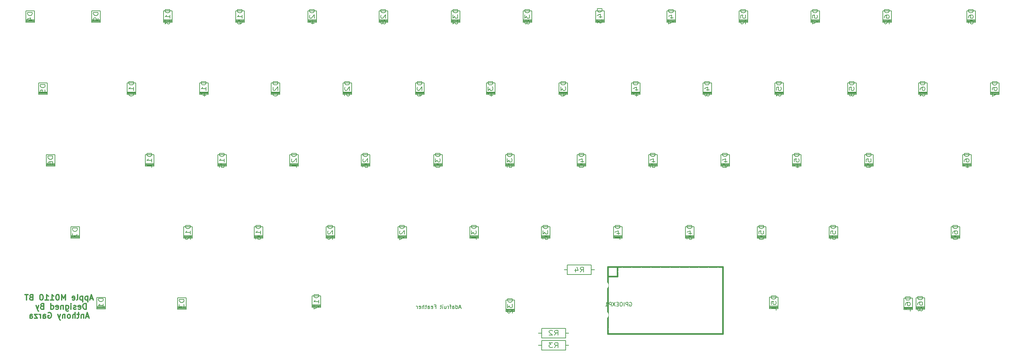
<source format=gbo>
G04 #@! TF.FileFunction,Legend,Bot*
%FSLAX46Y46*%
G04 Gerber Fmt 4.6, Leading zero omitted, Abs format (unit mm)*
G04 Created by KiCad (PCBNEW (2015-10-16 BZR 6271)-product) date Sunday, March 05, 2017 'AMt' 10:42:39 AM*
%MOMM*%
G01*
G04 APERTURE LIST*
%ADD10C,0.100000*%
%ADD11C,0.300000*%
%ADD12C,0.381000*%
%ADD13C,0.150000*%
%ADD14C,0.203200*%
%ADD15R,2.152600X2.152600*%
%ADD16C,2.152600*%
%ADD17R,1.924000X1.924000*%
%ADD18C,1.924000*%
%ADD19C,2.686000*%
%ADD20C,2.051000*%
%ADD21R,2.051000X2.051000*%
G04 APERTURE END LIST*
D10*
D11*
X8653570Y-76275000D02*
X7939284Y-76275000D01*
X8796427Y-76703571D02*
X8296427Y-75203571D01*
X7796427Y-76703571D01*
X7296427Y-75703571D02*
X7296427Y-77203571D01*
X7296427Y-75775000D02*
X7153570Y-75703571D01*
X6867856Y-75703571D01*
X6724999Y-75775000D01*
X6653570Y-75846429D01*
X6582141Y-75989286D01*
X6582141Y-76417857D01*
X6653570Y-76560714D01*
X6724999Y-76632143D01*
X6867856Y-76703571D01*
X7153570Y-76703571D01*
X7296427Y-76632143D01*
X5939284Y-75703571D02*
X5939284Y-77203571D01*
X5939284Y-75775000D02*
X5796427Y-75703571D01*
X5510713Y-75703571D01*
X5367856Y-75775000D01*
X5296427Y-75846429D01*
X5224998Y-75989286D01*
X5224998Y-76417857D01*
X5296427Y-76560714D01*
X5367856Y-76632143D01*
X5510713Y-76703571D01*
X5796427Y-76703571D01*
X5939284Y-76632143D01*
X4367855Y-76703571D02*
X4510713Y-76632143D01*
X4582141Y-76489286D01*
X4582141Y-75203571D01*
X3224999Y-76632143D02*
X3367856Y-76703571D01*
X3653570Y-76703571D01*
X3796427Y-76632143D01*
X3867856Y-76489286D01*
X3867856Y-75917857D01*
X3796427Y-75775000D01*
X3653570Y-75703571D01*
X3367856Y-75703571D01*
X3224999Y-75775000D01*
X3153570Y-75917857D01*
X3153570Y-76060714D01*
X3867856Y-76203571D01*
X1367856Y-76703571D02*
X1367856Y-75203571D01*
X867856Y-76275000D01*
X367856Y-75203571D01*
X367856Y-76703571D01*
X-632144Y-75203571D02*
X-775001Y-75203571D01*
X-917858Y-75275000D01*
X-989287Y-75346429D01*
X-1060716Y-75489286D01*
X-1132144Y-75775000D01*
X-1132144Y-76132143D01*
X-1060716Y-76417857D01*
X-989287Y-76560714D01*
X-917858Y-76632143D01*
X-775001Y-76703571D01*
X-632144Y-76703571D01*
X-489287Y-76632143D01*
X-417858Y-76560714D01*
X-346430Y-76417857D01*
X-275001Y-76132143D01*
X-275001Y-75775000D01*
X-346430Y-75489286D01*
X-417858Y-75346429D01*
X-489287Y-75275000D01*
X-632144Y-75203571D01*
X-2560715Y-76703571D02*
X-1703572Y-76703571D01*
X-2132144Y-76703571D02*
X-2132144Y-75203571D01*
X-1989287Y-75417857D01*
X-1846429Y-75560714D01*
X-1703572Y-75632143D01*
X-3989286Y-76703571D02*
X-3132143Y-76703571D01*
X-3560715Y-76703571D02*
X-3560715Y-75203571D01*
X-3417858Y-75417857D01*
X-3275000Y-75560714D01*
X-3132143Y-75632143D01*
X-4917857Y-75203571D02*
X-5060714Y-75203571D01*
X-5203571Y-75275000D01*
X-5275000Y-75346429D01*
X-5346429Y-75489286D01*
X-5417857Y-75775000D01*
X-5417857Y-76132143D01*
X-5346429Y-76417857D01*
X-5275000Y-76560714D01*
X-5203571Y-76632143D01*
X-5060714Y-76703571D01*
X-4917857Y-76703571D01*
X-4775000Y-76632143D01*
X-4703571Y-76560714D01*
X-4632143Y-76417857D01*
X-4560714Y-76132143D01*
X-4560714Y-75775000D01*
X-4632143Y-75489286D01*
X-4703571Y-75346429D01*
X-4775000Y-75275000D01*
X-4917857Y-75203571D01*
X-7703571Y-75917857D02*
X-7917857Y-75989286D01*
X-7989285Y-76060714D01*
X-8060714Y-76203571D01*
X-8060714Y-76417857D01*
X-7989285Y-76560714D01*
X-7917857Y-76632143D01*
X-7774999Y-76703571D01*
X-7203571Y-76703571D01*
X-7203571Y-75203571D01*
X-7703571Y-75203571D01*
X-7846428Y-75275000D01*
X-7917857Y-75346429D01*
X-7989285Y-75489286D01*
X-7989285Y-75632143D01*
X-7917857Y-75775000D01*
X-7846428Y-75846429D01*
X-7703571Y-75917857D01*
X-7203571Y-75917857D01*
X-8489285Y-75203571D02*
X-9346428Y-75203571D01*
X-8917857Y-76703571D02*
X-8917857Y-75203571D01*
X6867857Y-79103571D02*
X6867857Y-77603571D01*
X6510714Y-77603571D01*
X6296429Y-77675000D01*
X6153571Y-77817857D01*
X6082143Y-77960714D01*
X6010714Y-78246429D01*
X6010714Y-78460714D01*
X6082143Y-78746429D01*
X6153571Y-78889286D01*
X6296429Y-79032143D01*
X6510714Y-79103571D01*
X6867857Y-79103571D01*
X4796429Y-79032143D02*
X4939286Y-79103571D01*
X5225000Y-79103571D01*
X5367857Y-79032143D01*
X5439286Y-78889286D01*
X5439286Y-78317857D01*
X5367857Y-78175000D01*
X5225000Y-78103571D01*
X4939286Y-78103571D01*
X4796429Y-78175000D01*
X4725000Y-78317857D01*
X4725000Y-78460714D01*
X5439286Y-78603571D01*
X4153572Y-79032143D02*
X4010715Y-79103571D01*
X3725000Y-79103571D01*
X3582143Y-79032143D01*
X3510715Y-78889286D01*
X3510715Y-78817857D01*
X3582143Y-78675000D01*
X3725000Y-78603571D01*
X3939286Y-78603571D01*
X4082143Y-78532143D01*
X4153572Y-78389286D01*
X4153572Y-78317857D01*
X4082143Y-78175000D01*
X3939286Y-78103571D01*
X3725000Y-78103571D01*
X3582143Y-78175000D01*
X2867857Y-79103571D02*
X2867857Y-78103571D01*
X2867857Y-77603571D02*
X2939286Y-77675000D01*
X2867857Y-77746429D01*
X2796429Y-77675000D01*
X2867857Y-77603571D01*
X2867857Y-77746429D01*
X1510714Y-78103571D02*
X1510714Y-79317857D01*
X1582143Y-79460714D01*
X1653571Y-79532143D01*
X1796428Y-79603571D01*
X2010714Y-79603571D01*
X2153571Y-79532143D01*
X1510714Y-79032143D02*
X1653571Y-79103571D01*
X1939285Y-79103571D01*
X2082143Y-79032143D01*
X2153571Y-78960714D01*
X2225000Y-78817857D01*
X2225000Y-78389286D01*
X2153571Y-78246429D01*
X2082143Y-78175000D01*
X1939285Y-78103571D01*
X1653571Y-78103571D01*
X1510714Y-78175000D01*
X796428Y-78103571D02*
X796428Y-79103571D01*
X796428Y-78246429D02*
X725000Y-78175000D01*
X582142Y-78103571D01*
X367857Y-78103571D01*
X225000Y-78175000D01*
X153571Y-78317857D01*
X153571Y-79103571D01*
X-1132143Y-79032143D02*
X-989286Y-79103571D01*
X-703572Y-79103571D01*
X-560715Y-79032143D01*
X-489286Y-78889286D01*
X-489286Y-78317857D01*
X-560715Y-78175000D01*
X-703572Y-78103571D01*
X-989286Y-78103571D01*
X-1132143Y-78175000D01*
X-1203572Y-78317857D01*
X-1203572Y-78460714D01*
X-489286Y-78603571D01*
X-2489286Y-79103571D02*
X-2489286Y-77603571D01*
X-2489286Y-79032143D02*
X-2346429Y-79103571D01*
X-2060715Y-79103571D01*
X-1917857Y-79032143D01*
X-1846429Y-78960714D01*
X-1775000Y-78817857D01*
X-1775000Y-78389286D01*
X-1846429Y-78246429D01*
X-1917857Y-78175000D01*
X-2060715Y-78103571D01*
X-2346429Y-78103571D01*
X-2489286Y-78175000D01*
X-4846429Y-78317857D02*
X-5060715Y-78389286D01*
X-5132143Y-78460714D01*
X-5203572Y-78603571D01*
X-5203572Y-78817857D01*
X-5132143Y-78960714D01*
X-5060715Y-79032143D01*
X-4917857Y-79103571D01*
X-4346429Y-79103571D01*
X-4346429Y-77603571D01*
X-4846429Y-77603571D01*
X-4989286Y-77675000D01*
X-5060715Y-77746429D01*
X-5132143Y-77889286D01*
X-5132143Y-78032143D01*
X-5060715Y-78175000D01*
X-4989286Y-78246429D01*
X-4846429Y-78317857D01*
X-4346429Y-78317857D01*
X-5703572Y-78103571D02*
X-6060715Y-79103571D01*
X-6417857Y-78103571D02*
X-6060715Y-79103571D01*
X-5917857Y-79460714D01*
X-5846429Y-79532143D01*
X-5703572Y-79603571D01*
X7546429Y-81075000D02*
X6832143Y-81075000D01*
X7689286Y-81503571D02*
X7189286Y-80003571D01*
X6689286Y-81503571D01*
X6189286Y-80503571D02*
X6189286Y-81503571D01*
X6189286Y-80646429D02*
X6117858Y-80575000D01*
X5975000Y-80503571D01*
X5760715Y-80503571D01*
X5617858Y-80575000D01*
X5546429Y-80717857D01*
X5546429Y-81503571D01*
X5046429Y-80503571D02*
X4475000Y-80503571D01*
X4832143Y-80003571D02*
X4832143Y-81289286D01*
X4760715Y-81432143D01*
X4617857Y-81503571D01*
X4475000Y-81503571D01*
X3975000Y-81503571D02*
X3975000Y-80003571D01*
X3332143Y-81503571D02*
X3332143Y-80717857D01*
X3403572Y-80575000D01*
X3546429Y-80503571D01*
X3760714Y-80503571D01*
X3903572Y-80575000D01*
X3975000Y-80646429D01*
X2403571Y-81503571D02*
X2546429Y-81432143D01*
X2617857Y-81360714D01*
X2689286Y-81217857D01*
X2689286Y-80789286D01*
X2617857Y-80646429D01*
X2546429Y-80575000D01*
X2403571Y-80503571D01*
X2189286Y-80503571D01*
X2046429Y-80575000D01*
X1975000Y-80646429D01*
X1903571Y-80789286D01*
X1903571Y-81217857D01*
X1975000Y-81360714D01*
X2046429Y-81432143D01*
X2189286Y-81503571D01*
X2403571Y-81503571D01*
X1260714Y-80503571D02*
X1260714Y-81503571D01*
X1260714Y-80646429D02*
X1189286Y-80575000D01*
X1046428Y-80503571D01*
X832143Y-80503571D01*
X689286Y-80575000D01*
X617857Y-80717857D01*
X617857Y-81503571D01*
X46428Y-80503571D02*
X-310715Y-81503571D01*
X-667857Y-80503571D02*
X-310715Y-81503571D01*
X-167857Y-81860714D01*
X-96429Y-81932143D01*
X46428Y-82003571D01*
X-3167857Y-80075000D02*
X-3025000Y-80003571D01*
X-2810714Y-80003571D01*
X-2596429Y-80075000D01*
X-2453571Y-80217857D01*
X-2382143Y-80360714D01*
X-2310714Y-80646429D01*
X-2310714Y-80860714D01*
X-2382143Y-81146429D01*
X-2453571Y-81289286D01*
X-2596429Y-81432143D01*
X-2810714Y-81503571D01*
X-2953571Y-81503571D01*
X-3167857Y-81432143D01*
X-3239286Y-81360714D01*
X-3239286Y-80860714D01*
X-2953571Y-80860714D01*
X-4525000Y-81503571D02*
X-4525000Y-80717857D01*
X-4453571Y-80575000D01*
X-4310714Y-80503571D01*
X-4025000Y-80503571D01*
X-3882143Y-80575000D01*
X-4525000Y-81432143D02*
X-4382143Y-81503571D01*
X-4025000Y-81503571D01*
X-3882143Y-81432143D01*
X-3810714Y-81289286D01*
X-3810714Y-81146429D01*
X-3882143Y-81003571D01*
X-4025000Y-80932143D01*
X-4382143Y-80932143D01*
X-4525000Y-80860714D01*
X-5239286Y-81503571D02*
X-5239286Y-80503571D01*
X-5239286Y-80789286D02*
X-5310714Y-80646429D01*
X-5382143Y-80575000D01*
X-5525000Y-80503571D01*
X-5667857Y-80503571D01*
X-6025000Y-80503571D02*
X-6810714Y-80503571D01*
X-6025000Y-81503571D01*
X-6810714Y-81503571D01*
X-8025000Y-81503571D02*
X-8025000Y-80717857D01*
X-7953571Y-80575000D01*
X-7810714Y-80503571D01*
X-7525000Y-80503571D01*
X-7382143Y-80575000D01*
X-8025000Y-81432143D02*
X-7882143Y-81503571D01*
X-7525000Y-81503571D01*
X-7382143Y-81432143D01*
X-7310714Y-81289286D01*
X-7310714Y-81146429D01*
X-7382143Y-81003571D01*
X-7525000Y-80932143D01*
X-7882143Y-80932143D01*
X-8025000Y-80860714D01*
D12*
X145135000Y-85690000D02*
X145135000Y-67910000D01*
X145135000Y-67910000D02*
X175615000Y-67910000D01*
X175615000Y-67910000D02*
X175615000Y-85690000D01*
X175615000Y-85690000D02*
X145135000Y-85690000D01*
X145135000Y-70450000D02*
X147675000Y-70450000D01*
X147675000Y-70450000D02*
X147675000Y-67910000D01*
D13*
X11925000Y-78400000D02*
X9725000Y-78400000D01*
X9725000Y-78600000D02*
X11925000Y-78600000D01*
X9825000Y-78800000D02*
X9725000Y-78800000D01*
X9725000Y-78800000D02*
X9825000Y-78800000D01*
X11925000Y-78800000D02*
X9825000Y-78800000D01*
D14*
X9682000Y-75976000D02*
X9682000Y-79024000D01*
X9682000Y-79024000D02*
X11968000Y-79024000D01*
X11968000Y-79024000D02*
X11968000Y-75976000D01*
X11968000Y-75976000D02*
X9682000Y-75976000D01*
D13*
X33375000Y-78500000D02*
X31175000Y-78500000D01*
X31175000Y-78700000D02*
X33375000Y-78700000D01*
X31275000Y-78900000D02*
X31175000Y-78900000D01*
X31175000Y-78900000D02*
X31275000Y-78900000D01*
X33375000Y-78900000D02*
X31275000Y-78900000D01*
D14*
X31132000Y-76076000D02*
X31132000Y-79124000D01*
X31132000Y-79124000D02*
X33418000Y-79124000D01*
X33418000Y-79124000D02*
X33418000Y-76076000D01*
X33418000Y-76076000D02*
X31132000Y-76076000D01*
D13*
X-6875000Y-2300000D02*
X-9075000Y-2300000D01*
X-9075000Y-2500000D02*
X-6875000Y-2500000D01*
X-8975000Y-2700000D02*
X-9075000Y-2700000D01*
X-9075000Y-2700000D02*
X-8975000Y-2700000D01*
X-6875000Y-2700000D02*
X-8975000Y-2700000D01*
D14*
X-9118000Y124000D02*
X-9118000Y-2924000D01*
X-9118000Y-2924000D02*
X-6832000Y-2924000D01*
X-6832000Y-2924000D02*
X-6832000Y124000D01*
X-6832000Y124000D02*
X-9118000Y124000D01*
D13*
X-3475000Y-21450000D02*
X-5675000Y-21450000D01*
X-5675000Y-21650000D02*
X-3475000Y-21650000D01*
X-5575000Y-21850000D02*
X-5675000Y-21850000D01*
X-5675000Y-21850000D02*
X-5575000Y-21850000D01*
X-3475000Y-21850000D02*
X-5575000Y-21850000D01*
D14*
X-5718000Y-19026000D02*
X-5718000Y-22074000D01*
X-5718000Y-22074000D02*
X-3432000Y-22074000D01*
X-3432000Y-22074000D02*
X-3432000Y-19026000D01*
X-3432000Y-19026000D02*
X-5718000Y-19026000D01*
D13*
X-1425000Y-40475000D02*
X-3625000Y-40475000D01*
X-3625000Y-40675000D02*
X-1425000Y-40675000D01*
X-3525000Y-40875000D02*
X-3625000Y-40875000D01*
X-3625000Y-40875000D02*
X-3525000Y-40875000D01*
X-1425000Y-40875000D02*
X-3525000Y-40875000D01*
D14*
X-3668000Y-38051000D02*
X-3668000Y-41099000D01*
X-3668000Y-41099000D02*
X-1382000Y-41099000D01*
X-1382000Y-41099000D02*
X-1382000Y-38051000D01*
X-1382000Y-38051000D02*
X-3668000Y-38051000D01*
D13*
X5050000Y-59600000D02*
X2850000Y-59600000D01*
X2850000Y-59800000D02*
X5050000Y-59800000D01*
X2950000Y-60000000D02*
X2850000Y-60000000D01*
X2850000Y-60000000D02*
X2950000Y-60000000D01*
X5050000Y-60000000D02*
X2950000Y-60000000D01*
D14*
X2807000Y-57176000D02*
X2807000Y-60224000D01*
X2807000Y-60224000D02*
X5093000Y-60224000D01*
X5093000Y-60224000D02*
X5093000Y-57176000D01*
X5093000Y-57176000D02*
X2807000Y-57176000D01*
D13*
X10600000Y-2300000D02*
X8400000Y-2300000D01*
X8400000Y-2500000D02*
X10600000Y-2500000D01*
X8500000Y-2700000D02*
X8400000Y-2700000D01*
X8400000Y-2700000D02*
X8500000Y-2700000D01*
X10600000Y-2700000D02*
X8500000Y-2700000D01*
D14*
X8357000Y124000D02*
X8357000Y-2924000D01*
X8357000Y-2924000D02*
X10643000Y-2924000D01*
X10643000Y-2924000D02*
X10643000Y124000D01*
X10643000Y124000D02*
X8357000Y124000D01*
D13*
X19975000Y-21450000D02*
X17775000Y-21450000D01*
X17775000Y-21650000D02*
X19975000Y-21650000D01*
X17875000Y-21850000D02*
X17775000Y-21850000D01*
X17775000Y-21850000D02*
X17875000Y-21850000D01*
X19975000Y-21850000D02*
X17875000Y-21850000D01*
D14*
X17732000Y-19026000D02*
X17732000Y-22074000D01*
X17732000Y-22074000D02*
X20018000Y-22074000D01*
X20018000Y-22074000D02*
X20018000Y-19026000D01*
X20018000Y-19026000D02*
X17732000Y-19026000D01*
D13*
X24800000Y-40475000D02*
X22600000Y-40475000D01*
X22600000Y-40675000D02*
X24800000Y-40675000D01*
X22700000Y-40875000D02*
X22600000Y-40875000D01*
X22600000Y-40875000D02*
X22700000Y-40875000D01*
X24800000Y-40875000D02*
X22700000Y-40875000D01*
D14*
X22557000Y-38051000D02*
X22557000Y-41099000D01*
X22557000Y-41099000D02*
X24843000Y-41099000D01*
X24843000Y-41099000D02*
X24843000Y-38051000D01*
X24843000Y-38051000D02*
X22557000Y-38051000D01*
D13*
X35000000Y-59600000D02*
X32800000Y-59600000D01*
X32800000Y-59800000D02*
X35000000Y-59800000D01*
X32900000Y-60000000D02*
X32800000Y-60000000D01*
X32800000Y-60000000D02*
X32900000Y-60000000D01*
X35000000Y-60000000D02*
X32900000Y-60000000D01*
D14*
X32757000Y-57176000D02*
X32757000Y-60224000D01*
X32757000Y-60224000D02*
X35043000Y-60224000D01*
X35043000Y-60224000D02*
X35043000Y-57176000D01*
X35043000Y-57176000D02*
X32757000Y-57176000D01*
D13*
X29625000Y-2300000D02*
X27425000Y-2300000D01*
X27425000Y-2500000D02*
X29625000Y-2500000D01*
X27525000Y-2700000D02*
X27425000Y-2700000D01*
X27425000Y-2700000D02*
X27525000Y-2700000D01*
X29625000Y-2700000D02*
X27525000Y-2700000D01*
D14*
X27382000Y124000D02*
X27382000Y-2924000D01*
X27382000Y-2924000D02*
X29668000Y-2924000D01*
X29668000Y-2924000D02*
X29668000Y124000D01*
X29668000Y124000D02*
X27382000Y124000D01*
D13*
X39175000Y-21450000D02*
X36975000Y-21450000D01*
X36975000Y-21650000D02*
X39175000Y-21650000D01*
X37075000Y-21850000D02*
X36975000Y-21850000D01*
X36975000Y-21850000D02*
X37075000Y-21850000D01*
X39175000Y-21850000D02*
X37075000Y-21850000D01*
D14*
X36932000Y-19026000D02*
X36932000Y-22074000D01*
X36932000Y-22074000D02*
X39218000Y-22074000D01*
X39218000Y-22074000D02*
X39218000Y-19026000D01*
X39218000Y-19026000D02*
X36932000Y-19026000D01*
D13*
X44000000Y-40475000D02*
X41800000Y-40475000D01*
X41800000Y-40675000D02*
X44000000Y-40675000D01*
X41900000Y-40875000D02*
X41800000Y-40875000D01*
X41800000Y-40875000D02*
X41900000Y-40875000D01*
X44000000Y-40875000D02*
X41900000Y-40875000D01*
D14*
X41757000Y-38051000D02*
X41757000Y-41099000D01*
X41757000Y-41099000D02*
X44043000Y-41099000D01*
X44043000Y-41099000D02*
X44043000Y-38051000D01*
X44043000Y-38051000D02*
X41757000Y-38051000D01*
D13*
X53650000Y-59600000D02*
X51450000Y-59600000D01*
X51450000Y-59800000D02*
X53650000Y-59800000D01*
X51550000Y-60000000D02*
X51450000Y-60000000D01*
X51450000Y-60000000D02*
X51550000Y-60000000D01*
X53650000Y-60000000D02*
X51550000Y-60000000D01*
D14*
X51407000Y-57176000D02*
X51407000Y-60224000D01*
X51407000Y-60224000D02*
X53693000Y-60224000D01*
X53693000Y-60224000D02*
X53693000Y-57176000D01*
X53693000Y-57176000D02*
X51407000Y-57176000D01*
D13*
X69025000Y-77975000D02*
X66825000Y-77975000D01*
X66825000Y-78175000D02*
X69025000Y-78175000D01*
X66925000Y-78375000D02*
X66825000Y-78375000D01*
X66825000Y-78375000D02*
X66925000Y-78375000D01*
X69025000Y-78375000D02*
X66925000Y-78375000D01*
D14*
X66782000Y-75551000D02*
X66782000Y-78599000D01*
X66782000Y-78599000D02*
X69068000Y-78599000D01*
X69068000Y-78599000D02*
X69068000Y-75551000D01*
X69068000Y-75551000D02*
X66782000Y-75551000D01*
D13*
X48750000Y-2300000D02*
X46550000Y-2300000D01*
X46550000Y-2500000D02*
X48750000Y-2500000D01*
X46650000Y-2700000D02*
X46550000Y-2700000D01*
X46550000Y-2700000D02*
X46650000Y-2700000D01*
X48750000Y-2700000D02*
X46650000Y-2700000D01*
D14*
X46507000Y124000D02*
X46507000Y-2924000D01*
X46507000Y-2924000D02*
X48793000Y-2924000D01*
X48793000Y-2924000D02*
X48793000Y124000D01*
X48793000Y124000D02*
X46507000Y124000D01*
D13*
X58200000Y-21450000D02*
X56000000Y-21450000D01*
X56000000Y-21650000D02*
X58200000Y-21650000D01*
X56100000Y-21850000D02*
X56000000Y-21850000D01*
X56000000Y-21850000D02*
X56100000Y-21850000D01*
X58200000Y-21850000D02*
X56100000Y-21850000D01*
D14*
X55957000Y-19026000D02*
X55957000Y-22074000D01*
X55957000Y-22074000D02*
X58243000Y-22074000D01*
X58243000Y-22074000D02*
X58243000Y-19026000D01*
X58243000Y-19026000D02*
X55957000Y-19026000D01*
D13*
X63100000Y-40475000D02*
X60900000Y-40475000D01*
X60900000Y-40675000D02*
X63100000Y-40675000D01*
X61000000Y-40875000D02*
X60900000Y-40875000D01*
X60900000Y-40875000D02*
X61000000Y-40875000D01*
X63100000Y-40875000D02*
X61000000Y-40875000D01*
D14*
X60857000Y-38051000D02*
X60857000Y-41099000D01*
X60857000Y-41099000D02*
X63143000Y-41099000D01*
X63143000Y-41099000D02*
X63143000Y-38051000D01*
X63143000Y-38051000D02*
X60857000Y-38051000D01*
D13*
X72700000Y-59600000D02*
X70500000Y-59600000D01*
X70500000Y-59800000D02*
X72700000Y-59800000D01*
X70600000Y-60000000D02*
X70500000Y-60000000D01*
X70500000Y-60000000D02*
X70600000Y-60000000D01*
X72700000Y-60000000D02*
X70600000Y-60000000D01*
D14*
X70457000Y-57176000D02*
X70457000Y-60224000D01*
X70457000Y-60224000D02*
X72743000Y-60224000D01*
X72743000Y-60224000D02*
X72743000Y-57176000D01*
X72743000Y-57176000D02*
X70457000Y-57176000D01*
D13*
X67875000Y-2300000D02*
X65675000Y-2300000D01*
X65675000Y-2500000D02*
X67875000Y-2500000D01*
X65775000Y-2700000D02*
X65675000Y-2700000D01*
X65675000Y-2700000D02*
X65775000Y-2700000D01*
X67875000Y-2700000D02*
X65775000Y-2700000D01*
D14*
X65632000Y124000D02*
X65632000Y-2924000D01*
X65632000Y-2924000D02*
X67918000Y-2924000D01*
X67918000Y-2924000D02*
X67918000Y124000D01*
X67918000Y124000D02*
X65632000Y124000D01*
D13*
X77225000Y-21450000D02*
X75025000Y-21450000D01*
X75025000Y-21650000D02*
X77225000Y-21650000D01*
X75125000Y-21850000D02*
X75025000Y-21850000D01*
X75025000Y-21850000D02*
X75125000Y-21850000D01*
X77225000Y-21850000D02*
X75125000Y-21850000D01*
D14*
X74982000Y-19026000D02*
X74982000Y-22074000D01*
X74982000Y-22074000D02*
X77268000Y-22074000D01*
X77268000Y-22074000D02*
X77268000Y-19026000D01*
X77268000Y-19026000D02*
X74982000Y-19026000D01*
D13*
X82050000Y-40475000D02*
X79850000Y-40475000D01*
X79850000Y-40675000D02*
X82050000Y-40675000D01*
X79950000Y-40875000D02*
X79850000Y-40875000D01*
X79850000Y-40875000D02*
X79950000Y-40875000D01*
X82050000Y-40875000D02*
X79950000Y-40875000D01*
D14*
X79807000Y-38051000D02*
X79807000Y-41099000D01*
X79807000Y-41099000D02*
X82093000Y-41099000D01*
X82093000Y-41099000D02*
X82093000Y-38051000D01*
X82093000Y-38051000D02*
X79807000Y-38051000D01*
D13*
X91750000Y-59600000D02*
X89550000Y-59600000D01*
X89550000Y-59800000D02*
X91750000Y-59800000D01*
X89650000Y-60000000D02*
X89550000Y-60000000D01*
X89550000Y-60000000D02*
X89650000Y-60000000D01*
X91750000Y-60000000D02*
X89650000Y-60000000D01*
D14*
X89507000Y-57176000D02*
X89507000Y-60224000D01*
X89507000Y-60224000D02*
X91793000Y-60224000D01*
X91793000Y-60224000D02*
X91793000Y-57176000D01*
X91793000Y-57176000D02*
X89507000Y-57176000D01*
D13*
X86800000Y-2300000D02*
X84600000Y-2300000D01*
X84600000Y-2500000D02*
X86800000Y-2500000D01*
X84700000Y-2700000D02*
X84600000Y-2700000D01*
X84600000Y-2700000D02*
X84700000Y-2700000D01*
X86800000Y-2700000D02*
X84700000Y-2700000D01*
D14*
X84557000Y124000D02*
X84557000Y-2924000D01*
X84557000Y-2924000D02*
X86843000Y-2924000D01*
X86843000Y-2924000D02*
X86843000Y124000D01*
X86843000Y124000D02*
X84557000Y124000D01*
D13*
X96425000Y-21450000D02*
X94225000Y-21450000D01*
X94225000Y-21650000D02*
X96425000Y-21650000D01*
X94325000Y-21850000D02*
X94225000Y-21850000D01*
X94225000Y-21850000D02*
X94325000Y-21850000D01*
X96425000Y-21850000D02*
X94325000Y-21850000D01*
D14*
X94182000Y-19026000D02*
X94182000Y-22074000D01*
X94182000Y-22074000D02*
X96468000Y-22074000D01*
X96468000Y-22074000D02*
X96468000Y-19026000D01*
X96468000Y-19026000D02*
X94182000Y-19026000D01*
D13*
X101250000Y-40475000D02*
X99050000Y-40475000D01*
X99050000Y-40675000D02*
X101250000Y-40675000D01*
X99150000Y-40875000D02*
X99050000Y-40875000D01*
X99050000Y-40875000D02*
X99150000Y-40875000D01*
X101250000Y-40875000D02*
X99150000Y-40875000D01*
D14*
X99007000Y-38051000D02*
X99007000Y-41099000D01*
X99007000Y-41099000D02*
X101293000Y-41099000D01*
X101293000Y-41099000D02*
X101293000Y-38051000D01*
X101293000Y-38051000D02*
X99007000Y-38051000D01*
D13*
X110800000Y-59600000D02*
X108600000Y-59600000D01*
X108600000Y-59800000D02*
X110800000Y-59800000D01*
X108700000Y-60000000D02*
X108600000Y-60000000D01*
X108600000Y-60000000D02*
X108700000Y-60000000D01*
X110800000Y-60000000D02*
X108700000Y-60000000D01*
D14*
X108557000Y-57176000D02*
X108557000Y-60224000D01*
X108557000Y-60224000D02*
X110843000Y-60224000D01*
X110843000Y-60224000D02*
X110843000Y-57176000D01*
X110843000Y-57176000D02*
X108557000Y-57176000D01*
D13*
X120400000Y-79125000D02*
X118200000Y-79125000D01*
X118200000Y-79325000D02*
X120400000Y-79325000D01*
X118300000Y-79525000D02*
X118200000Y-79525000D01*
X118200000Y-79525000D02*
X118300000Y-79525000D01*
X120400000Y-79525000D02*
X118300000Y-79525000D01*
D14*
X118157000Y-76701000D02*
X118157000Y-79749000D01*
X118157000Y-79749000D02*
X120443000Y-79749000D01*
X120443000Y-79749000D02*
X120443000Y-76701000D01*
X120443000Y-76701000D02*
X118157000Y-76701000D01*
D13*
X105925000Y-2300000D02*
X103725000Y-2300000D01*
X103725000Y-2500000D02*
X105925000Y-2500000D01*
X103825000Y-2700000D02*
X103725000Y-2700000D01*
X103725000Y-2700000D02*
X103825000Y-2700000D01*
X105925000Y-2700000D02*
X103825000Y-2700000D01*
D14*
X103682000Y124000D02*
X103682000Y-2924000D01*
X103682000Y-2924000D02*
X105968000Y-2924000D01*
X105968000Y-2924000D02*
X105968000Y124000D01*
X105968000Y124000D02*
X103682000Y124000D01*
D13*
X115200000Y-21450000D02*
X113000000Y-21450000D01*
X113000000Y-21650000D02*
X115200000Y-21650000D01*
X113100000Y-21850000D02*
X113000000Y-21850000D01*
X113000000Y-21850000D02*
X113100000Y-21850000D01*
X115200000Y-21850000D02*
X113100000Y-21850000D01*
D14*
X112957000Y-19026000D02*
X112957000Y-22074000D01*
X112957000Y-22074000D02*
X115243000Y-22074000D01*
X115243000Y-22074000D02*
X115243000Y-19026000D01*
X115243000Y-19026000D02*
X112957000Y-19026000D01*
D13*
X120275000Y-40475000D02*
X118075000Y-40475000D01*
X118075000Y-40675000D02*
X120275000Y-40675000D01*
X118175000Y-40875000D02*
X118075000Y-40875000D01*
X118075000Y-40875000D02*
X118175000Y-40875000D01*
X120275000Y-40875000D02*
X118175000Y-40875000D01*
D14*
X118032000Y-38051000D02*
X118032000Y-41099000D01*
X118032000Y-41099000D02*
X120318000Y-41099000D01*
X120318000Y-41099000D02*
X120318000Y-38051000D01*
X120318000Y-38051000D02*
X118032000Y-38051000D01*
D13*
X129800000Y-59600000D02*
X127600000Y-59600000D01*
X127600000Y-59800000D02*
X129800000Y-59800000D01*
X127700000Y-60000000D02*
X127600000Y-60000000D01*
X127600000Y-60000000D02*
X127700000Y-60000000D01*
X129800000Y-60000000D02*
X127700000Y-60000000D01*
D14*
X127557000Y-57176000D02*
X127557000Y-60224000D01*
X127557000Y-60224000D02*
X129843000Y-60224000D01*
X129843000Y-60224000D02*
X129843000Y-57176000D01*
X129843000Y-57176000D02*
X127557000Y-57176000D01*
D13*
X124950000Y-2300000D02*
X122750000Y-2300000D01*
X122750000Y-2500000D02*
X124950000Y-2500000D01*
X122850000Y-2700000D02*
X122750000Y-2700000D01*
X122750000Y-2700000D02*
X122850000Y-2700000D01*
X124950000Y-2700000D02*
X122850000Y-2700000D01*
D14*
X122707000Y124000D02*
X122707000Y-2924000D01*
X122707000Y-2924000D02*
X124993000Y-2924000D01*
X124993000Y-2924000D02*
X124993000Y124000D01*
X124993000Y124000D02*
X122707000Y124000D01*
D13*
X134475000Y-21450000D02*
X132275000Y-21450000D01*
X132275000Y-21650000D02*
X134475000Y-21650000D01*
X132375000Y-21850000D02*
X132275000Y-21850000D01*
X132275000Y-21850000D02*
X132375000Y-21850000D01*
X134475000Y-21850000D02*
X132375000Y-21850000D01*
D14*
X132232000Y-19026000D02*
X132232000Y-22074000D01*
X132232000Y-22074000D02*
X134518000Y-22074000D01*
X134518000Y-22074000D02*
X134518000Y-19026000D01*
X134518000Y-19026000D02*
X132232000Y-19026000D01*
D13*
X139300000Y-40475000D02*
X137100000Y-40475000D01*
X137100000Y-40675000D02*
X139300000Y-40675000D01*
X137200000Y-40875000D02*
X137100000Y-40875000D01*
X137100000Y-40875000D02*
X137200000Y-40875000D01*
X139300000Y-40875000D02*
X137200000Y-40875000D01*
D14*
X137057000Y-38051000D02*
X137057000Y-41099000D01*
X137057000Y-41099000D02*
X139343000Y-41099000D01*
X139343000Y-41099000D02*
X139343000Y-38051000D01*
X139343000Y-38051000D02*
X137057000Y-38051000D01*
D13*
X148900000Y-59600000D02*
X146700000Y-59600000D01*
X146700000Y-59800000D02*
X148900000Y-59800000D01*
X146800000Y-60000000D02*
X146700000Y-60000000D01*
X146700000Y-60000000D02*
X146800000Y-60000000D01*
X148900000Y-60000000D02*
X146800000Y-60000000D01*
D14*
X146657000Y-57176000D02*
X146657000Y-60224000D01*
X146657000Y-60224000D02*
X148943000Y-60224000D01*
X148943000Y-60224000D02*
X148943000Y-57176000D01*
X148943000Y-57176000D02*
X146657000Y-57176000D01*
D13*
X144150000Y-2300000D02*
X141950000Y-2300000D01*
X141950000Y-2500000D02*
X144150000Y-2500000D01*
X142050000Y-2700000D02*
X141950000Y-2700000D01*
X141950000Y-2700000D02*
X142050000Y-2700000D01*
X144150000Y-2700000D02*
X142050000Y-2700000D01*
D14*
X141907000Y124000D02*
X141907000Y-2924000D01*
X141907000Y-2924000D02*
X144193000Y-2924000D01*
X144193000Y-2924000D02*
X144193000Y124000D01*
X144193000Y124000D02*
X141907000Y124000D01*
D13*
X153700000Y-21450000D02*
X151500000Y-21450000D01*
X151500000Y-21650000D02*
X153700000Y-21650000D01*
X151600000Y-21850000D02*
X151500000Y-21850000D01*
X151500000Y-21850000D02*
X151600000Y-21850000D01*
X153700000Y-21850000D02*
X151600000Y-21850000D01*
D14*
X151457000Y-19026000D02*
X151457000Y-22074000D01*
X151457000Y-22074000D02*
X153743000Y-22074000D01*
X153743000Y-22074000D02*
X153743000Y-19026000D01*
X153743000Y-19026000D02*
X151457000Y-19026000D01*
D13*
X158225000Y-40475000D02*
X156025000Y-40475000D01*
X156025000Y-40675000D02*
X158225000Y-40675000D01*
X156125000Y-40875000D02*
X156025000Y-40875000D01*
X156025000Y-40875000D02*
X156125000Y-40875000D01*
X158225000Y-40875000D02*
X156125000Y-40875000D01*
D14*
X155982000Y-38051000D02*
X155982000Y-41099000D01*
X155982000Y-41099000D02*
X158268000Y-41099000D01*
X158268000Y-41099000D02*
X158268000Y-38051000D01*
X158268000Y-38051000D02*
X155982000Y-38051000D01*
D13*
X167975000Y-59600000D02*
X165775000Y-59600000D01*
X165775000Y-59800000D02*
X167975000Y-59800000D01*
X165875000Y-60000000D02*
X165775000Y-60000000D01*
X165775000Y-60000000D02*
X165875000Y-60000000D01*
X167975000Y-60000000D02*
X165875000Y-60000000D01*
D14*
X165732000Y-57176000D02*
X165732000Y-60224000D01*
X165732000Y-60224000D02*
X168018000Y-60224000D01*
X168018000Y-60224000D02*
X168018000Y-57176000D01*
X168018000Y-57176000D02*
X165732000Y-57176000D01*
D13*
X163075000Y-2300000D02*
X160875000Y-2300000D01*
X160875000Y-2500000D02*
X163075000Y-2500000D01*
X160975000Y-2700000D02*
X160875000Y-2700000D01*
X160875000Y-2700000D02*
X160975000Y-2700000D01*
X163075000Y-2700000D02*
X160975000Y-2700000D01*
D14*
X160832000Y124000D02*
X160832000Y-2924000D01*
X160832000Y-2924000D02*
X163118000Y-2924000D01*
X163118000Y-2924000D02*
X163118000Y124000D01*
X163118000Y124000D02*
X160832000Y124000D01*
D13*
X172625000Y-21450000D02*
X170425000Y-21450000D01*
X170425000Y-21650000D02*
X172625000Y-21650000D01*
X170525000Y-21850000D02*
X170425000Y-21850000D01*
X170425000Y-21850000D02*
X170525000Y-21850000D01*
X172625000Y-21850000D02*
X170525000Y-21850000D01*
D14*
X170382000Y-19026000D02*
X170382000Y-22074000D01*
X170382000Y-22074000D02*
X172668000Y-22074000D01*
X172668000Y-22074000D02*
X172668000Y-19026000D01*
X172668000Y-19026000D02*
X170382000Y-19026000D01*
D13*
X177350000Y-40475000D02*
X175150000Y-40475000D01*
X175150000Y-40675000D02*
X177350000Y-40675000D01*
X175250000Y-40875000D02*
X175150000Y-40875000D01*
X175150000Y-40875000D02*
X175250000Y-40875000D01*
X177350000Y-40875000D02*
X175250000Y-40875000D01*
D14*
X175107000Y-38051000D02*
X175107000Y-41099000D01*
X175107000Y-41099000D02*
X177393000Y-41099000D01*
X177393000Y-41099000D02*
X177393000Y-38051000D01*
X177393000Y-38051000D02*
X175107000Y-38051000D01*
D13*
X187000000Y-59600000D02*
X184800000Y-59600000D01*
X184800000Y-59800000D02*
X187000000Y-59800000D01*
X184900000Y-60000000D02*
X184800000Y-60000000D01*
X184800000Y-60000000D02*
X184900000Y-60000000D01*
X187000000Y-60000000D02*
X184900000Y-60000000D01*
D14*
X184757000Y-57176000D02*
X184757000Y-60224000D01*
X184757000Y-60224000D02*
X187043000Y-60224000D01*
X187043000Y-60224000D02*
X187043000Y-57176000D01*
X187043000Y-57176000D02*
X184757000Y-57176000D01*
D13*
X190275000Y-78325000D02*
X188075000Y-78325000D01*
X188075000Y-78525000D02*
X190275000Y-78525000D01*
X188175000Y-78725000D02*
X188075000Y-78725000D01*
X188075000Y-78725000D02*
X188175000Y-78725000D01*
X190275000Y-78725000D02*
X188175000Y-78725000D01*
D14*
X188032000Y-75901000D02*
X188032000Y-78949000D01*
X188032000Y-78949000D02*
X190318000Y-78949000D01*
X190318000Y-78949000D02*
X190318000Y-75901000D01*
X190318000Y-75901000D02*
X188032000Y-75901000D01*
D13*
X182200000Y-2300000D02*
X180000000Y-2300000D01*
X180000000Y-2500000D02*
X182200000Y-2500000D01*
X180100000Y-2700000D02*
X180000000Y-2700000D01*
X180000000Y-2700000D02*
X180100000Y-2700000D01*
X182200000Y-2700000D02*
X180100000Y-2700000D01*
D14*
X179957000Y124000D02*
X179957000Y-2924000D01*
X179957000Y-2924000D02*
X182243000Y-2924000D01*
X182243000Y-2924000D02*
X182243000Y124000D01*
X182243000Y124000D02*
X179957000Y124000D01*
D13*
X191650000Y-21450000D02*
X189450000Y-21450000D01*
X189450000Y-21650000D02*
X191650000Y-21650000D01*
X189550000Y-21850000D02*
X189450000Y-21850000D01*
X189450000Y-21850000D02*
X189550000Y-21850000D01*
X191650000Y-21850000D02*
X189550000Y-21850000D01*
D14*
X189407000Y-19026000D02*
X189407000Y-22074000D01*
X189407000Y-22074000D02*
X191693000Y-22074000D01*
X191693000Y-22074000D02*
X191693000Y-19026000D01*
X191693000Y-19026000D02*
X189407000Y-19026000D01*
D13*
X196375000Y-40475000D02*
X194175000Y-40475000D01*
X194175000Y-40675000D02*
X196375000Y-40675000D01*
X194275000Y-40875000D02*
X194175000Y-40875000D01*
X194175000Y-40875000D02*
X194275000Y-40875000D01*
X196375000Y-40875000D02*
X194275000Y-40875000D01*
D14*
X194132000Y-38051000D02*
X194132000Y-41099000D01*
X194132000Y-41099000D02*
X196418000Y-41099000D01*
X196418000Y-41099000D02*
X196418000Y-38051000D01*
X196418000Y-38051000D02*
X194132000Y-38051000D01*
D13*
X206050000Y-59600000D02*
X203850000Y-59600000D01*
X203850000Y-59800000D02*
X206050000Y-59800000D01*
X203950000Y-60000000D02*
X203850000Y-60000000D01*
X203850000Y-60000000D02*
X203950000Y-60000000D01*
X206050000Y-60000000D02*
X203950000Y-60000000D01*
D14*
X203807000Y-57176000D02*
X203807000Y-60224000D01*
X203807000Y-60224000D02*
X206093000Y-60224000D01*
X206093000Y-60224000D02*
X206093000Y-57176000D01*
X206093000Y-57176000D02*
X203807000Y-57176000D01*
D13*
X201225000Y-2300000D02*
X199025000Y-2300000D01*
X199025000Y-2500000D02*
X201225000Y-2500000D01*
X199125000Y-2700000D02*
X199025000Y-2700000D01*
X199025000Y-2700000D02*
X199125000Y-2700000D01*
X201225000Y-2700000D02*
X199125000Y-2700000D01*
D14*
X198982000Y124000D02*
X198982000Y-2924000D01*
X198982000Y-2924000D02*
X201268000Y-2924000D01*
X201268000Y-2924000D02*
X201268000Y124000D01*
X201268000Y124000D02*
X198982000Y124000D01*
D13*
X210950000Y-21450000D02*
X208750000Y-21450000D01*
X208750000Y-21650000D02*
X210950000Y-21650000D01*
X208850000Y-21850000D02*
X208750000Y-21850000D01*
X208750000Y-21850000D02*
X208850000Y-21850000D01*
X210950000Y-21850000D02*
X208850000Y-21850000D01*
D14*
X208707000Y-19026000D02*
X208707000Y-22074000D01*
X208707000Y-22074000D02*
X210993000Y-22074000D01*
X210993000Y-22074000D02*
X210993000Y-19026000D01*
X210993000Y-19026000D02*
X208707000Y-19026000D01*
D13*
X215475000Y-40475000D02*
X213275000Y-40475000D01*
X213275000Y-40675000D02*
X215475000Y-40675000D01*
X213375000Y-40875000D02*
X213275000Y-40875000D01*
X213275000Y-40875000D02*
X213375000Y-40875000D01*
X215475000Y-40875000D02*
X213375000Y-40875000D01*
D14*
X213232000Y-38051000D02*
X213232000Y-41099000D01*
X213232000Y-41099000D02*
X215518000Y-41099000D01*
X215518000Y-41099000D02*
X215518000Y-38051000D01*
X215518000Y-38051000D02*
X213232000Y-38051000D01*
D13*
X238425000Y-59600000D02*
X236225000Y-59600000D01*
X236225000Y-59800000D02*
X238425000Y-59800000D01*
X236325000Y-60000000D02*
X236225000Y-60000000D01*
X236225000Y-60000000D02*
X236325000Y-60000000D01*
X238425000Y-60000000D02*
X236325000Y-60000000D01*
D14*
X236182000Y-57176000D02*
X236182000Y-60224000D01*
X236182000Y-60224000D02*
X238468000Y-60224000D01*
X238468000Y-60224000D02*
X238468000Y-57176000D01*
X238468000Y-57176000D02*
X236182000Y-57176000D01*
D13*
X225850000Y-78600000D02*
X223650000Y-78600000D01*
X223650000Y-78800000D02*
X225850000Y-78800000D01*
X223750000Y-79000000D02*
X223650000Y-79000000D01*
X223650000Y-79000000D02*
X223750000Y-79000000D01*
X225850000Y-79000000D02*
X223750000Y-79000000D01*
D14*
X223607000Y-76176000D02*
X223607000Y-79224000D01*
X223607000Y-79224000D02*
X225893000Y-79224000D01*
X225893000Y-79224000D02*
X225893000Y-76176000D01*
X225893000Y-76176000D02*
X223607000Y-76176000D01*
D13*
X220275000Y-2300000D02*
X218075000Y-2300000D01*
X218075000Y-2500000D02*
X220275000Y-2500000D01*
X218175000Y-2700000D02*
X218075000Y-2700000D01*
X218075000Y-2700000D02*
X218175000Y-2700000D01*
X220275000Y-2700000D02*
X218175000Y-2700000D01*
D14*
X218032000Y124000D02*
X218032000Y-2924000D01*
X218032000Y-2924000D02*
X220318000Y-2924000D01*
X220318000Y-2924000D02*
X220318000Y124000D01*
X220318000Y124000D02*
X218032000Y124000D01*
D13*
X229775000Y-21450000D02*
X227575000Y-21450000D01*
X227575000Y-21650000D02*
X229775000Y-21650000D01*
X227675000Y-21850000D02*
X227575000Y-21850000D01*
X227575000Y-21850000D02*
X227675000Y-21850000D01*
X229775000Y-21850000D02*
X227675000Y-21850000D01*
D14*
X227532000Y-19026000D02*
X227532000Y-22074000D01*
X227532000Y-22074000D02*
X229818000Y-22074000D01*
X229818000Y-22074000D02*
X229818000Y-19026000D01*
X229818000Y-19026000D02*
X227532000Y-19026000D01*
D13*
X241450000Y-40475000D02*
X239250000Y-40475000D01*
X239250000Y-40675000D02*
X241450000Y-40675000D01*
X239350000Y-40875000D02*
X239250000Y-40875000D01*
X239250000Y-40875000D02*
X239350000Y-40875000D01*
X241450000Y-40875000D02*
X239350000Y-40875000D01*
D14*
X239207000Y-38051000D02*
X239207000Y-41099000D01*
X239207000Y-41099000D02*
X241493000Y-41099000D01*
X241493000Y-41099000D02*
X241493000Y-38051000D01*
X241493000Y-38051000D02*
X239207000Y-38051000D01*
D13*
X242550000Y-2300000D02*
X240350000Y-2300000D01*
X240350000Y-2500000D02*
X242550000Y-2500000D01*
X240450000Y-2700000D02*
X240350000Y-2700000D01*
X240350000Y-2700000D02*
X240450000Y-2700000D01*
X242550000Y-2700000D02*
X240450000Y-2700000D01*
D14*
X240307000Y124000D02*
X240307000Y-2924000D01*
X240307000Y-2924000D02*
X242593000Y-2924000D01*
X242593000Y-2924000D02*
X242593000Y124000D01*
X242593000Y124000D02*
X240307000Y124000D01*
D13*
X248875000Y-21475000D02*
X246675000Y-21475000D01*
X246675000Y-21675000D02*
X248875000Y-21675000D01*
X246775000Y-21875000D02*
X246675000Y-21875000D01*
X246675000Y-21875000D02*
X246775000Y-21875000D01*
X248875000Y-21875000D02*
X246775000Y-21875000D01*
D14*
X246632000Y-19051000D02*
X246632000Y-22099000D01*
X246632000Y-22099000D02*
X248918000Y-22099000D01*
X248918000Y-22099000D02*
X248918000Y-19051000D01*
X248918000Y-19051000D02*
X246632000Y-19051000D01*
D13*
X229125000Y-78500000D02*
X226925000Y-78500000D01*
X226925000Y-78700000D02*
X229125000Y-78700000D01*
X227025000Y-78900000D02*
X226925000Y-78900000D01*
X226925000Y-78900000D02*
X227025000Y-78900000D01*
X229125000Y-78900000D02*
X227025000Y-78900000D01*
D14*
X226882000Y-76076000D02*
X226882000Y-79124000D01*
X226882000Y-79124000D02*
X229168000Y-79124000D01*
X229168000Y-79124000D02*
X229168000Y-76076000D01*
X229168000Y-76076000D02*
X226882000Y-76076000D01*
X133975000Y-84180000D02*
X127625000Y-84180000D01*
X127625000Y-84180000D02*
X127625000Y-86720000D01*
X127625000Y-86720000D02*
X133975000Y-86720000D01*
X133975000Y-86720000D02*
X133975000Y-84180000D01*
X125720000Y-85450000D02*
X127625000Y-85450000D01*
X135880000Y-85450000D02*
X133975000Y-85450000D01*
X133975000Y-87430000D02*
X127625000Y-87430000D01*
X127625000Y-87430000D02*
X127625000Y-89970000D01*
X127625000Y-89970000D02*
X133975000Y-89970000D01*
X133975000Y-89970000D02*
X133975000Y-87430000D01*
X125720000Y-88700000D02*
X127625000Y-88700000D01*
X135880000Y-88700000D02*
X133975000Y-88700000D01*
X134450000Y-69895000D02*
X140800000Y-69895000D01*
X140800000Y-69895000D02*
X140800000Y-67355000D01*
X140800000Y-67355000D02*
X134450000Y-67355000D01*
X134450000Y-67355000D02*
X134450000Y-69895000D01*
X142705000Y-68625000D02*
X140800000Y-68625000D01*
X132545000Y-68625000D02*
X134450000Y-68625000D01*
D13*
X150929761Y-77350000D02*
X151024999Y-77302381D01*
X151167856Y-77302381D01*
X151310714Y-77350000D01*
X151405952Y-77445238D01*
X151453571Y-77540476D01*
X151501190Y-77730952D01*
X151501190Y-77873810D01*
X151453571Y-78064286D01*
X151405952Y-78159524D01*
X151310714Y-78254762D01*
X151167856Y-78302381D01*
X151072618Y-78302381D01*
X150929761Y-78254762D01*
X150882142Y-78207143D01*
X150882142Y-77873810D01*
X151072618Y-77873810D01*
X150453571Y-78302381D02*
X150453571Y-77302381D01*
X150072618Y-77302381D01*
X149977380Y-77350000D01*
X149929761Y-77397619D01*
X149882142Y-77492857D01*
X149882142Y-77635714D01*
X149929761Y-77730952D01*
X149977380Y-77778571D01*
X150072618Y-77826190D01*
X150453571Y-77826190D01*
X149453571Y-78302381D02*
X149453571Y-77302381D01*
X148786905Y-77302381D02*
X148596428Y-77302381D01*
X148501190Y-77350000D01*
X148405952Y-77445238D01*
X148358333Y-77635714D01*
X148358333Y-77969048D01*
X148405952Y-78159524D01*
X148501190Y-78254762D01*
X148596428Y-78302381D01*
X148786905Y-78302381D01*
X148882143Y-78254762D01*
X148977381Y-78159524D01*
X149025000Y-77969048D01*
X149025000Y-77635714D01*
X148977381Y-77445238D01*
X148882143Y-77350000D01*
X148786905Y-77302381D01*
X147929762Y-77778571D02*
X147596428Y-77778571D01*
X147453571Y-78302381D02*
X147929762Y-78302381D01*
X147929762Y-77302381D01*
X147453571Y-77302381D01*
X147120238Y-77302381D02*
X146453571Y-78302381D01*
X146453571Y-77302381D02*
X147120238Y-78302381D01*
X146072619Y-78302381D02*
X146072619Y-77302381D01*
X145691666Y-77302381D01*
X145596428Y-77350000D01*
X145548809Y-77397619D01*
X145501190Y-77492857D01*
X145501190Y-77635714D01*
X145548809Y-77730952D01*
X145596428Y-77778571D01*
X145691666Y-77826190D01*
X146072619Y-77826190D01*
X144548809Y-78302381D02*
X145120238Y-78302381D01*
X144834524Y-78302381D02*
X144834524Y-77302381D01*
X144929762Y-77445238D01*
X145025000Y-77540476D01*
X145120238Y-77588095D01*
D14*
X11424524Y-76250143D02*
X10154524Y-76250143D01*
X10154524Y-76613000D01*
X10215000Y-76830715D01*
X10335952Y-76975857D01*
X10456905Y-77048429D01*
X10698810Y-77121000D01*
X10880238Y-77121000D01*
X11122143Y-77048429D01*
X11243095Y-76975857D01*
X11364048Y-76830715D01*
X11424524Y-76613000D01*
X11424524Y-76250143D01*
X11424524Y-78572429D02*
X11424524Y-77701572D01*
X11424524Y-78137000D02*
X10154524Y-78137000D01*
X10335952Y-77991857D01*
X10456905Y-77846715D01*
X10517381Y-77701572D01*
X32849524Y-76475143D02*
X31579524Y-76475143D01*
X31579524Y-76838000D01*
X31640000Y-77055715D01*
X31760952Y-77200857D01*
X31881905Y-77273429D01*
X32123810Y-77346000D01*
X32305238Y-77346000D01*
X32547143Y-77273429D01*
X32668095Y-77200857D01*
X32789048Y-77055715D01*
X32849524Y-76838000D01*
X32849524Y-76475143D01*
X31579524Y-77854000D02*
X31579524Y-78797429D01*
X32063333Y-78289429D01*
X32063333Y-78507143D01*
X32123810Y-78652286D01*
X32184286Y-78724857D01*
X32305238Y-78797429D01*
X32607619Y-78797429D01*
X32728571Y-78724857D01*
X32789048Y-78652286D01*
X32849524Y-78507143D01*
X32849524Y-78071715D01*
X32789048Y-77926572D01*
X32728571Y-77854000D01*
X-7400476Y-275143D02*
X-8670476Y-275143D01*
X-8670476Y-638000D01*
X-8610000Y-855715D01*
X-8489048Y-1000857D01*
X-8368095Y-1073429D01*
X-8126190Y-1146000D01*
X-7944762Y-1146000D01*
X-7702857Y-1073429D01*
X-7581905Y-1000857D01*
X-7460952Y-855715D01*
X-7400476Y-638000D01*
X-7400476Y-275143D01*
X-8247143Y-2452286D02*
X-7400476Y-2452286D01*
X-8730952Y-2089429D02*
X-7823810Y-1726572D01*
X-7823810Y-2670000D01*
X-4000476Y-19425143D02*
X-5270476Y-19425143D01*
X-5270476Y-19788000D01*
X-5210000Y-20005715D01*
X-5089048Y-20150857D01*
X-4968095Y-20223429D01*
X-4726190Y-20296000D01*
X-4544762Y-20296000D01*
X-4302857Y-20223429D01*
X-4181905Y-20150857D01*
X-4060952Y-20005715D01*
X-4000476Y-19788000D01*
X-4000476Y-19425143D01*
X-5270476Y-21674857D02*
X-5270476Y-20949143D01*
X-4665714Y-20876572D01*
X-4726190Y-20949143D01*
X-4786667Y-21094286D01*
X-4786667Y-21457143D01*
X-4726190Y-21602286D01*
X-4665714Y-21674857D01*
X-4544762Y-21747429D01*
X-4242381Y-21747429D01*
X-4121429Y-21674857D01*
X-4060952Y-21602286D01*
X-4000476Y-21457143D01*
X-4000476Y-21094286D01*
X-4060952Y-20949143D01*
X-4121429Y-20876572D01*
X-1950476Y-38450143D02*
X-3220476Y-38450143D01*
X-3220476Y-38813000D01*
X-3160000Y-39030715D01*
X-3039048Y-39175857D01*
X-2918095Y-39248429D01*
X-2676190Y-39321000D01*
X-2494762Y-39321000D01*
X-2252857Y-39248429D01*
X-2131905Y-39175857D01*
X-2010952Y-39030715D01*
X-1950476Y-38813000D01*
X-1950476Y-38450143D01*
X-3220476Y-40627286D02*
X-3220476Y-40337000D01*
X-3160000Y-40191857D01*
X-3099524Y-40119286D01*
X-2918095Y-39974143D01*
X-2676190Y-39901572D01*
X-2192381Y-39901572D01*
X-2071429Y-39974143D01*
X-2010952Y-40046715D01*
X-1950476Y-40191857D01*
X-1950476Y-40482143D01*
X-2010952Y-40627286D01*
X-2071429Y-40699857D01*
X-2192381Y-40772429D01*
X-2494762Y-40772429D01*
X-2615714Y-40699857D01*
X-2676190Y-40627286D01*
X-2736667Y-40482143D01*
X-2736667Y-40191857D01*
X-2676190Y-40046715D01*
X-2615714Y-39974143D01*
X-2494762Y-39901572D01*
X4524524Y-57575143D02*
X3254524Y-57575143D01*
X3254524Y-57938000D01*
X3315000Y-58155715D01*
X3435952Y-58300857D01*
X3556905Y-58373429D01*
X3798810Y-58446000D01*
X3980238Y-58446000D01*
X4222143Y-58373429D01*
X4343095Y-58300857D01*
X4464048Y-58155715D01*
X4524524Y-57938000D01*
X4524524Y-57575143D01*
X3254524Y-58954000D02*
X3254524Y-59970000D01*
X4524524Y-59316857D01*
X10074524Y-275143D02*
X8804524Y-275143D01*
X8804524Y-638000D01*
X8865000Y-855715D01*
X8985952Y-1000857D01*
X9106905Y-1073429D01*
X9348810Y-1146000D01*
X9530238Y-1146000D01*
X9772143Y-1073429D01*
X9893095Y-1000857D01*
X10014048Y-855715D01*
X10074524Y-638000D01*
X10074524Y-275143D01*
X10074524Y-1871715D02*
X10074524Y-2162000D01*
X10014048Y-2307143D01*
X9953571Y-2379715D01*
X9772143Y-2524857D01*
X9530238Y-2597429D01*
X9046429Y-2597429D01*
X8925476Y-2524857D01*
X8865000Y-2452286D01*
X8804524Y-2307143D01*
X8804524Y-2016857D01*
X8865000Y-1871715D01*
X8925476Y-1799143D01*
X9046429Y-1726572D01*
X9348810Y-1726572D01*
X9469762Y-1799143D01*
X9530238Y-1871715D01*
X9590714Y-2016857D01*
X9590714Y-2307143D01*
X9530238Y-2452286D01*
X9469762Y-2524857D01*
X9348810Y-2597429D01*
X19449524Y-18699428D02*
X18179524Y-18699428D01*
X18179524Y-19062285D01*
X18240000Y-19280000D01*
X18360952Y-19425142D01*
X18481905Y-19497714D01*
X18723810Y-19570285D01*
X18905238Y-19570285D01*
X19147143Y-19497714D01*
X19268095Y-19425142D01*
X19389048Y-19280000D01*
X19449524Y-19062285D01*
X19449524Y-18699428D01*
X19449524Y-21021714D02*
X19449524Y-20150857D01*
X19449524Y-20586285D02*
X18179524Y-20586285D01*
X18360952Y-20441142D01*
X18481905Y-20296000D01*
X18542381Y-20150857D01*
X18179524Y-21965143D02*
X18179524Y-22110286D01*
X18240000Y-22255429D01*
X18300476Y-22328000D01*
X18421429Y-22400571D01*
X18663333Y-22473143D01*
X18965714Y-22473143D01*
X19207619Y-22400571D01*
X19328571Y-22328000D01*
X19389048Y-22255429D01*
X19449524Y-22110286D01*
X19449524Y-21965143D01*
X19389048Y-21820000D01*
X19328571Y-21747429D01*
X19207619Y-21674857D01*
X18965714Y-21602286D01*
X18663333Y-21602286D01*
X18421429Y-21674857D01*
X18300476Y-21747429D01*
X18240000Y-21820000D01*
X18179524Y-21965143D01*
X24274524Y-37724428D02*
X23004524Y-37724428D01*
X23004524Y-38087285D01*
X23065000Y-38305000D01*
X23185952Y-38450142D01*
X23306905Y-38522714D01*
X23548810Y-38595285D01*
X23730238Y-38595285D01*
X23972143Y-38522714D01*
X24093095Y-38450142D01*
X24214048Y-38305000D01*
X24274524Y-38087285D01*
X24274524Y-37724428D01*
X24274524Y-40046714D02*
X24274524Y-39175857D01*
X24274524Y-39611285D02*
X23004524Y-39611285D01*
X23185952Y-39466142D01*
X23306905Y-39321000D01*
X23367381Y-39175857D01*
X24274524Y-41498143D02*
X24274524Y-40627286D01*
X24274524Y-41062714D02*
X23004524Y-41062714D01*
X23185952Y-40917571D01*
X23306905Y-40772429D01*
X23367381Y-40627286D01*
X34474524Y-56849428D02*
X33204524Y-56849428D01*
X33204524Y-57212285D01*
X33265000Y-57430000D01*
X33385952Y-57575142D01*
X33506905Y-57647714D01*
X33748810Y-57720285D01*
X33930238Y-57720285D01*
X34172143Y-57647714D01*
X34293095Y-57575142D01*
X34414048Y-57430000D01*
X34474524Y-57212285D01*
X34474524Y-56849428D01*
X34474524Y-59171714D02*
X34474524Y-58300857D01*
X34474524Y-58736285D02*
X33204524Y-58736285D01*
X33385952Y-58591142D01*
X33506905Y-58446000D01*
X33567381Y-58300857D01*
X33325476Y-59752286D02*
X33265000Y-59824857D01*
X33204524Y-59970000D01*
X33204524Y-60332857D01*
X33265000Y-60478000D01*
X33325476Y-60550571D01*
X33446429Y-60623143D01*
X33567381Y-60623143D01*
X33748810Y-60550571D01*
X34474524Y-59679714D01*
X34474524Y-60623143D01*
X29099524Y450572D02*
X27829524Y450572D01*
X27829524Y87715D01*
X27890000Y-130000D01*
X28010952Y-275142D01*
X28131905Y-347714D01*
X28373810Y-420285D01*
X28555238Y-420285D01*
X28797143Y-347714D01*
X28918095Y-275142D01*
X29039048Y-130000D01*
X29099524Y87715D01*
X29099524Y450572D01*
X29099524Y-1871714D02*
X29099524Y-1000857D01*
X29099524Y-1436285D02*
X27829524Y-1436285D01*
X28010952Y-1291142D01*
X28131905Y-1146000D01*
X28192381Y-1000857D01*
X27829524Y-2379714D02*
X27829524Y-3323143D01*
X28313333Y-2815143D01*
X28313333Y-3032857D01*
X28373810Y-3178000D01*
X28434286Y-3250571D01*
X28555238Y-3323143D01*
X28857619Y-3323143D01*
X28978571Y-3250571D01*
X29039048Y-3178000D01*
X29099524Y-3032857D01*
X29099524Y-2597429D01*
X29039048Y-2452286D01*
X28978571Y-2379714D01*
X38649524Y-18699428D02*
X37379524Y-18699428D01*
X37379524Y-19062285D01*
X37440000Y-19280000D01*
X37560952Y-19425142D01*
X37681905Y-19497714D01*
X37923810Y-19570285D01*
X38105238Y-19570285D01*
X38347143Y-19497714D01*
X38468095Y-19425142D01*
X38589048Y-19280000D01*
X38649524Y-19062285D01*
X38649524Y-18699428D01*
X38649524Y-21021714D02*
X38649524Y-20150857D01*
X38649524Y-20586285D02*
X37379524Y-20586285D01*
X37560952Y-20441142D01*
X37681905Y-20296000D01*
X37742381Y-20150857D01*
X37802857Y-22328000D02*
X38649524Y-22328000D01*
X37319048Y-21965143D02*
X38226190Y-21602286D01*
X38226190Y-22545714D01*
X43474524Y-37724428D02*
X42204524Y-37724428D01*
X42204524Y-38087285D01*
X42265000Y-38305000D01*
X42385952Y-38450142D01*
X42506905Y-38522714D01*
X42748810Y-38595285D01*
X42930238Y-38595285D01*
X43172143Y-38522714D01*
X43293095Y-38450142D01*
X43414048Y-38305000D01*
X43474524Y-38087285D01*
X43474524Y-37724428D01*
X43474524Y-40046714D02*
X43474524Y-39175857D01*
X43474524Y-39611285D02*
X42204524Y-39611285D01*
X42385952Y-39466142D01*
X42506905Y-39321000D01*
X42567381Y-39175857D01*
X42204524Y-41425571D02*
X42204524Y-40699857D01*
X42809286Y-40627286D01*
X42748810Y-40699857D01*
X42688333Y-40845000D01*
X42688333Y-41207857D01*
X42748810Y-41353000D01*
X42809286Y-41425571D01*
X42930238Y-41498143D01*
X43232619Y-41498143D01*
X43353571Y-41425571D01*
X43414048Y-41353000D01*
X43474524Y-41207857D01*
X43474524Y-40845000D01*
X43414048Y-40699857D01*
X43353571Y-40627286D01*
X53124524Y-56849428D02*
X51854524Y-56849428D01*
X51854524Y-57212285D01*
X51915000Y-57430000D01*
X52035952Y-57575142D01*
X52156905Y-57647714D01*
X52398810Y-57720285D01*
X52580238Y-57720285D01*
X52822143Y-57647714D01*
X52943095Y-57575142D01*
X53064048Y-57430000D01*
X53124524Y-57212285D01*
X53124524Y-56849428D01*
X53124524Y-59171714D02*
X53124524Y-58300857D01*
X53124524Y-58736285D02*
X51854524Y-58736285D01*
X52035952Y-58591142D01*
X52156905Y-58446000D01*
X52217381Y-58300857D01*
X51854524Y-60478000D02*
X51854524Y-60187714D01*
X51915000Y-60042571D01*
X51975476Y-59970000D01*
X52156905Y-59824857D01*
X52398810Y-59752286D01*
X52882619Y-59752286D01*
X53003571Y-59824857D01*
X53064048Y-59897429D01*
X53124524Y-60042571D01*
X53124524Y-60332857D01*
X53064048Y-60478000D01*
X53003571Y-60550571D01*
X52882619Y-60623143D01*
X52580238Y-60623143D01*
X52459286Y-60550571D01*
X52398810Y-60478000D01*
X52338333Y-60332857D01*
X52338333Y-60042571D01*
X52398810Y-59897429D01*
X52459286Y-59824857D01*
X52580238Y-59752286D01*
X68499524Y-75224428D02*
X67229524Y-75224428D01*
X67229524Y-75587285D01*
X67290000Y-75805000D01*
X67410952Y-75950142D01*
X67531905Y-76022714D01*
X67773810Y-76095285D01*
X67955238Y-76095285D01*
X68197143Y-76022714D01*
X68318095Y-75950142D01*
X68439048Y-75805000D01*
X68499524Y-75587285D01*
X68499524Y-75224428D01*
X68499524Y-77546714D02*
X68499524Y-76675857D01*
X68499524Y-77111285D02*
X67229524Y-77111285D01*
X67410952Y-76966142D01*
X67531905Y-76821000D01*
X67592381Y-76675857D01*
X67229524Y-78054714D02*
X67229524Y-79070714D01*
X68499524Y-78417571D01*
X48224524Y450572D02*
X46954524Y450572D01*
X46954524Y87715D01*
X47015000Y-130000D01*
X47135952Y-275142D01*
X47256905Y-347714D01*
X47498810Y-420285D01*
X47680238Y-420285D01*
X47922143Y-347714D01*
X48043095Y-275142D01*
X48164048Y-130000D01*
X48224524Y87715D01*
X48224524Y450572D01*
X48224524Y-1871714D02*
X48224524Y-1000857D01*
X48224524Y-1436285D02*
X46954524Y-1436285D01*
X47135952Y-1291142D01*
X47256905Y-1146000D01*
X47317381Y-1000857D01*
X48224524Y-2597429D02*
X48224524Y-2887714D01*
X48164048Y-3032857D01*
X48103571Y-3105429D01*
X47922143Y-3250571D01*
X47680238Y-3323143D01*
X47196429Y-3323143D01*
X47075476Y-3250571D01*
X47015000Y-3178000D01*
X46954524Y-3032857D01*
X46954524Y-2742571D01*
X47015000Y-2597429D01*
X47075476Y-2524857D01*
X47196429Y-2452286D01*
X47498810Y-2452286D01*
X47619762Y-2524857D01*
X47680238Y-2597429D01*
X47740714Y-2742571D01*
X47740714Y-3032857D01*
X47680238Y-3178000D01*
X47619762Y-3250571D01*
X47498810Y-3323143D01*
X57674524Y-18699428D02*
X56404524Y-18699428D01*
X56404524Y-19062285D01*
X56465000Y-19280000D01*
X56585952Y-19425142D01*
X56706905Y-19497714D01*
X56948810Y-19570285D01*
X57130238Y-19570285D01*
X57372143Y-19497714D01*
X57493095Y-19425142D01*
X57614048Y-19280000D01*
X57674524Y-19062285D01*
X57674524Y-18699428D01*
X56525476Y-20150857D02*
X56465000Y-20223428D01*
X56404524Y-20368571D01*
X56404524Y-20731428D01*
X56465000Y-20876571D01*
X56525476Y-20949142D01*
X56646429Y-21021714D01*
X56767381Y-21021714D01*
X56948810Y-20949142D01*
X57674524Y-20078285D01*
X57674524Y-21021714D01*
X56404524Y-21965143D02*
X56404524Y-22110286D01*
X56465000Y-22255429D01*
X56525476Y-22328000D01*
X56646429Y-22400571D01*
X56888333Y-22473143D01*
X57190714Y-22473143D01*
X57432619Y-22400571D01*
X57553571Y-22328000D01*
X57614048Y-22255429D01*
X57674524Y-22110286D01*
X57674524Y-21965143D01*
X57614048Y-21820000D01*
X57553571Y-21747429D01*
X57432619Y-21674857D01*
X57190714Y-21602286D01*
X56888333Y-21602286D01*
X56646429Y-21674857D01*
X56525476Y-21747429D01*
X56465000Y-21820000D01*
X56404524Y-21965143D01*
X62574524Y-37724428D02*
X61304524Y-37724428D01*
X61304524Y-38087285D01*
X61365000Y-38305000D01*
X61485952Y-38450142D01*
X61606905Y-38522714D01*
X61848810Y-38595285D01*
X62030238Y-38595285D01*
X62272143Y-38522714D01*
X62393095Y-38450142D01*
X62514048Y-38305000D01*
X62574524Y-38087285D01*
X62574524Y-37724428D01*
X61425476Y-39175857D02*
X61365000Y-39248428D01*
X61304524Y-39393571D01*
X61304524Y-39756428D01*
X61365000Y-39901571D01*
X61425476Y-39974142D01*
X61546429Y-40046714D01*
X61667381Y-40046714D01*
X61848810Y-39974142D01*
X62574524Y-39103285D01*
X62574524Y-40046714D01*
X62574524Y-41498143D02*
X62574524Y-40627286D01*
X62574524Y-41062714D02*
X61304524Y-41062714D01*
X61485952Y-40917571D01*
X61606905Y-40772429D01*
X61667381Y-40627286D01*
X72174524Y-56849428D02*
X70904524Y-56849428D01*
X70904524Y-57212285D01*
X70965000Y-57430000D01*
X71085952Y-57575142D01*
X71206905Y-57647714D01*
X71448810Y-57720285D01*
X71630238Y-57720285D01*
X71872143Y-57647714D01*
X71993095Y-57575142D01*
X72114048Y-57430000D01*
X72174524Y-57212285D01*
X72174524Y-56849428D01*
X71025476Y-58300857D02*
X70965000Y-58373428D01*
X70904524Y-58518571D01*
X70904524Y-58881428D01*
X70965000Y-59026571D01*
X71025476Y-59099142D01*
X71146429Y-59171714D01*
X71267381Y-59171714D01*
X71448810Y-59099142D01*
X72174524Y-58228285D01*
X72174524Y-59171714D01*
X71025476Y-59752286D02*
X70965000Y-59824857D01*
X70904524Y-59970000D01*
X70904524Y-60332857D01*
X70965000Y-60478000D01*
X71025476Y-60550571D01*
X71146429Y-60623143D01*
X71267381Y-60623143D01*
X71448810Y-60550571D01*
X72174524Y-59679714D01*
X72174524Y-60623143D01*
X67349524Y450572D02*
X66079524Y450572D01*
X66079524Y87715D01*
X66140000Y-130000D01*
X66260952Y-275142D01*
X66381905Y-347714D01*
X66623810Y-420285D01*
X66805238Y-420285D01*
X67047143Y-347714D01*
X67168095Y-275142D01*
X67289048Y-130000D01*
X67349524Y87715D01*
X67349524Y450572D01*
X66200476Y-1000857D02*
X66140000Y-1073428D01*
X66079524Y-1218571D01*
X66079524Y-1581428D01*
X66140000Y-1726571D01*
X66200476Y-1799142D01*
X66321429Y-1871714D01*
X66442381Y-1871714D01*
X66623810Y-1799142D01*
X67349524Y-928285D01*
X67349524Y-1871714D01*
X66502857Y-3178000D02*
X67349524Y-3178000D01*
X66019048Y-2815143D02*
X66926190Y-2452286D01*
X66926190Y-3395714D01*
X76699524Y-18699428D02*
X75429524Y-18699428D01*
X75429524Y-19062285D01*
X75490000Y-19280000D01*
X75610952Y-19425142D01*
X75731905Y-19497714D01*
X75973810Y-19570285D01*
X76155238Y-19570285D01*
X76397143Y-19497714D01*
X76518095Y-19425142D01*
X76639048Y-19280000D01*
X76699524Y-19062285D01*
X76699524Y-18699428D01*
X75550476Y-20150857D02*
X75490000Y-20223428D01*
X75429524Y-20368571D01*
X75429524Y-20731428D01*
X75490000Y-20876571D01*
X75550476Y-20949142D01*
X75671429Y-21021714D01*
X75792381Y-21021714D01*
X75973810Y-20949142D01*
X76699524Y-20078285D01*
X76699524Y-21021714D01*
X75429524Y-22400571D02*
X75429524Y-21674857D01*
X76034286Y-21602286D01*
X75973810Y-21674857D01*
X75913333Y-21820000D01*
X75913333Y-22182857D01*
X75973810Y-22328000D01*
X76034286Y-22400571D01*
X76155238Y-22473143D01*
X76457619Y-22473143D01*
X76578571Y-22400571D01*
X76639048Y-22328000D01*
X76699524Y-22182857D01*
X76699524Y-21820000D01*
X76639048Y-21674857D01*
X76578571Y-21602286D01*
X81524524Y-37724428D02*
X80254524Y-37724428D01*
X80254524Y-38087285D01*
X80315000Y-38305000D01*
X80435952Y-38450142D01*
X80556905Y-38522714D01*
X80798810Y-38595285D01*
X80980238Y-38595285D01*
X81222143Y-38522714D01*
X81343095Y-38450142D01*
X81464048Y-38305000D01*
X81524524Y-38087285D01*
X81524524Y-37724428D01*
X80375476Y-39175857D02*
X80315000Y-39248428D01*
X80254524Y-39393571D01*
X80254524Y-39756428D01*
X80315000Y-39901571D01*
X80375476Y-39974142D01*
X80496429Y-40046714D01*
X80617381Y-40046714D01*
X80798810Y-39974142D01*
X81524524Y-39103285D01*
X81524524Y-40046714D01*
X80254524Y-41353000D02*
X80254524Y-41062714D01*
X80315000Y-40917571D01*
X80375476Y-40845000D01*
X80556905Y-40699857D01*
X80798810Y-40627286D01*
X81282619Y-40627286D01*
X81403571Y-40699857D01*
X81464048Y-40772429D01*
X81524524Y-40917571D01*
X81524524Y-41207857D01*
X81464048Y-41353000D01*
X81403571Y-41425571D01*
X81282619Y-41498143D01*
X80980238Y-41498143D01*
X80859286Y-41425571D01*
X80798810Y-41353000D01*
X80738333Y-41207857D01*
X80738333Y-40917571D01*
X80798810Y-40772429D01*
X80859286Y-40699857D01*
X80980238Y-40627286D01*
X91224524Y-56849428D02*
X89954524Y-56849428D01*
X89954524Y-57212285D01*
X90015000Y-57430000D01*
X90135952Y-57575142D01*
X90256905Y-57647714D01*
X90498810Y-57720285D01*
X90680238Y-57720285D01*
X90922143Y-57647714D01*
X91043095Y-57575142D01*
X91164048Y-57430000D01*
X91224524Y-57212285D01*
X91224524Y-56849428D01*
X90075476Y-58300857D02*
X90015000Y-58373428D01*
X89954524Y-58518571D01*
X89954524Y-58881428D01*
X90015000Y-59026571D01*
X90075476Y-59099142D01*
X90196429Y-59171714D01*
X90317381Y-59171714D01*
X90498810Y-59099142D01*
X91224524Y-58228285D01*
X91224524Y-59171714D01*
X89954524Y-59679714D02*
X89954524Y-60695714D01*
X91224524Y-60042571D01*
X86274524Y450572D02*
X85004524Y450572D01*
X85004524Y87715D01*
X85065000Y-130000D01*
X85185952Y-275142D01*
X85306905Y-347714D01*
X85548810Y-420285D01*
X85730238Y-420285D01*
X85972143Y-347714D01*
X86093095Y-275142D01*
X86214048Y-130000D01*
X86274524Y87715D01*
X86274524Y450572D01*
X85125476Y-1000857D02*
X85065000Y-1073428D01*
X85004524Y-1218571D01*
X85004524Y-1581428D01*
X85065000Y-1726571D01*
X85125476Y-1799142D01*
X85246429Y-1871714D01*
X85367381Y-1871714D01*
X85548810Y-1799142D01*
X86274524Y-928285D01*
X86274524Y-1871714D01*
X85548810Y-2742571D02*
X85488333Y-2597429D01*
X85427857Y-2524857D01*
X85306905Y-2452286D01*
X85246429Y-2452286D01*
X85125476Y-2524857D01*
X85065000Y-2597429D01*
X85004524Y-2742571D01*
X85004524Y-3032857D01*
X85065000Y-3178000D01*
X85125476Y-3250571D01*
X85246429Y-3323143D01*
X85306905Y-3323143D01*
X85427857Y-3250571D01*
X85488333Y-3178000D01*
X85548810Y-3032857D01*
X85548810Y-2742571D01*
X85609286Y-2597429D01*
X85669762Y-2524857D01*
X85790714Y-2452286D01*
X86032619Y-2452286D01*
X86153571Y-2524857D01*
X86214048Y-2597429D01*
X86274524Y-2742571D01*
X86274524Y-3032857D01*
X86214048Y-3178000D01*
X86153571Y-3250571D01*
X86032619Y-3323143D01*
X85790714Y-3323143D01*
X85669762Y-3250571D01*
X85609286Y-3178000D01*
X85548810Y-3032857D01*
X95899524Y-18699428D02*
X94629524Y-18699428D01*
X94629524Y-19062285D01*
X94690000Y-19280000D01*
X94810952Y-19425142D01*
X94931905Y-19497714D01*
X95173810Y-19570285D01*
X95355238Y-19570285D01*
X95597143Y-19497714D01*
X95718095Y-19425142D01*
X95839048Y-19280000D01*
X95899524Y-19062285D01*
X95899524Y-18699428D01*
X94750476Y-20150857D02*
X94690000Y-20223428D01*
X94629524Y-20368571D01*
X94629524Y-20731428D01*
X94690000Y-20876571D01*
X94750476Y-20949142D01*
X94871429Y-21021714D01*
X94992381Y-21021714D01*
X95173810Y-20949142D01*
X95899524Y-20078285D01*
X95899524Y-21021714D01*
X95899524Y-21747429D02*
X95899524Y-22037714D01*
X95839048Y-22182857D01*
X95778571Y-22255429D01*
X95597143Y-22400571D01*
X95355238Y-22473143D01*
X94871429Y-22473143D01*
X94750476Y-22400571D01*
X94690000Y-22328000D01*
X94629524Y-22182857D01*
X94629524Y-21892571D01*
X94690000Y-21747429D01*
X94750476Y-21674857D01*
X94871429Y-21602286D01*
X95173810Y-21602286D01*
X95294762Y-21674857D01*
X95355238Y-21747429D01*
X95415714Y-21892571D01*
X95415714Y-22182857D01*
X95355238Y-22328000D01*
X95294762Y-22400571D01*
X95173810Y-22473143D01*
X100724524Y-37724428D02*
X99454524Y-37724428D01*
X99454524Y-38087285D01*
X99515000Y-38305000D01*
X99635952Y-38450142D01*
X99756905Y-38522714D01*
X99998810Y-38595285D01*
X100180238Y-38595285D01*
X100422143Y-38522714D01*
X100543095Y-38450142D01*
X100664048Y-38305000D01*
X100724524Y-38087285D01*
X100724524Y-37724428D01*
X99454524Y-39103285D02*
X99454524Y-40046714D01*
X99938333Y-39538714D01*
X99938333Y-39756428D01*
X99998810Y-39901571D01*
X100059286Y-39974142D01*
X100180238Y-40046714D01*
X100482619Y-40046714D01*
X100603571Y-39974142D01*
X100664048Y-39901571D01*
X100724524Y-39756428D01*
X100724524Y-39321000D01*
X100664048Y-39175857D01*
X100603571Y-39103285D01*
X99454524Y-40990143D02*
X99454524Y-41135286D01*
X99515000Y-41280429D01*
X99575476Y-41353000D01*
X99696429Y-41425571D01*
X99938333Y-41498143D01*
X100240714Y-41498143D01*
X100482619Y-41425571D01*
X100603571Y-41353000D01*
X100664048Y-41280429D01*
X100724524Y-41135286D01*
X100724524Y-40990143D01*
X100664048Y-40845000D01*
X100603571Y-40772429D01*
X100482619Y-40699857D01*
X100240714Y-40627286D01*
X99938333Y-40627286D01*
X99696429Y-40699857D01*
X99575476Y-40772429D01*
X99515000Y-40845000D01*
X99454524Y-40990143D01*
X110274524Y-56849428D02*
X109004524Y-56849428D01*
X109004524Y-57212285D01*
X109065000Y-57430000D01*
X109185952Y-57575142D01*
X109306905Y-57647714D01*
X109548810Y-57720285D01*
X109730238Y-57720285D01*
X109972143Y-57647714D01*
X110093095Y-57575142D01*
X110214048Y-57430000D01*
X110274524Y-57212285D01*
X110274524Y-56849428D01*
X109004524Y-58228285D02*
X109004524Y-59171714D01*
X109488333Y-58663714D01*
X109488333Y-58881428D01*
X109548810Y-59026571D01*
X109609286Y-59099142D01*
X109730238Y-59171714D01*
X110032619Y-59171714D01*
X110153571Y-59099142D01*
X110214048Y-59026571D01*
X110274524Y-58881428D01*
X110274524Y-58446000D01*
X110214048Y-58300857D01*
X110153571Y-58228285D01*
X110274524Y-60623143D02*
X110274524Y-59752286D01*
X110274524Y-60187714D02*
X109004524Y-60187714D01*
X109185952Y-60042571D01*
X109306905Y-59897429D01*
X109367381Y-59752286D01*
X119874524Y-76374428D02*
X118604524Y-76374428D01*
X118604524Y-76737285D01*
X118665000Y-76955000D01*
X118785952Y-77100142D01*
X118906905Y-77172714D01*
X119148810Y-77245285D01*
X119330238Y-77245285D01*
X119572143Y-77172714D01*
X119693095Y-77100142D01*
X119814048Y-76955000D01*
X119874524Y-76737285D01*
X119874524Y-76374428D01*
X118604524Y-77753285D02*
X118604524Y-78696714D01*
X119088333Y-78188714D01*
X119088333Y-78406428D01*
X119148810Y-78551571D01*
X119209286Y-78624142D01*
X119330238Y-78696714D01*
X119632619Y-78696714D01*
X119753571Y-78624142D01*
X119814048Y-78551571D01*
X119874524Y-78406428D01*
X119874524Y-77971000D01*
X119814048Y-77825857D01*
X119753571Y-77753285D01*
X118725476Y-79277286D02*
X118665000Y-79349857D01*
X118604524Y-79495000D01*
X118604524Y-79857857D01*
X118665000Y-80003000D01*
X118725476Y-80075571D01*
X118846429Y-80148143D01*
X118967381Y-80148143D01*
X119148810Y-80075571D01*
X119874524Y-79204714D01*
X119874524Y-80148143D01*
X105399524Y450572D02*
X104129524Y450572D01*
X104129524Y87715D01*
X104190000Y-130000D01*
X104310952Y-275142D01*
X104431905Y-347714D01*
X104673810Y-420285D01*
X104855238Y-420285D01*
X105097143Y-347714D01*
X105218095Y-275142D01*
X105339048Y-130000D01*
X105399524Y87715D01*
X105399524Y450572D01*
X104129524Y-928285D02*
X104129524Y-1871714D01*
X104613333Y-1363714D01*
X104613333Y-1581428D01*
X104673810Y-1726571D01*
X104734286Y-1799142D01*
X104855238Y-1871714D01*
X105157619Y-1871714D01*
X105278571Y-1799142D01*
X105339048Y-1726571D01*
X105399524Y-1581428D01*
X105399524Y-1146000D01*
X105339048Y-1000857D01*
X105278571Y-928285D01*
X104129524Y-2379714D02*
X104129524Y-3323143D01*
X104613333Y-2815143D01*
X104613333Y-3032857D01*
X104673810Y-3178000D01*
X104734286Y-3250571D01*
X104855238Y-3323143D01*
X105157619Y-3323143D01*
X105278571Y-3250571D01*
X105339048Y-3178000D01*
X105399524Y-3032857D01*
X105399524Y-2597429D01*
X105339048Y-2452286D01*
X105278571Y-2379714D01*
X114674524Y-18699428D02*
X113404524Y-18699428D01*
X113404524Y-19062285D01*
X113465000Y-19280000D01*
X113585952Y-19425142D01*
X113706905Y-19497714D01*
X113948810Y-19570285D01*
X114130238Y-19570285D01*
X114372143Y-19497714D01*
X114493095Y-19425142D01*
X114614048Y-19280000D01*
X114674524Y-19062285D01*
X114674524Y-18699428D01*
X113404524Y-20078285D02*
X113404524Y-21021714D01*
X113888333Y-20513714D01*
X113888333Y-20731428D01*
X113948810Y-20876571D01*
X114009286Y-20949142D01*
X114130238Y-21021714D01*
X114432619Y-21021714D01*
X114553571Y-20949142D01*
X114614048Y-20876571D01*
X114674524Y-20731428D01*
X114674524Y-20296000D01*
X114614048Y-20150857D01*
X114553571Y-20078285D01*
X113827857Y-22328000D02*
X114674524Y-22328000D01*
X113344048Y-21965143D02*
X114251190Y-21602286D01*
X114251190Y-22545714D01*
X119749524Y-37724428D02*
X118479524Y-37724428D01*
X118479524Y-38087285D01*
X118540000Y-38305000D01*
X118660952Y-38450142D01*
X118781905Y-38522714D01*
X119023810Y-38595285D01*
X119205238Y-38595285D01*
X119447143Y-38522714D01*
X119568095Y-38450142D01*
X119689048Y-38305000D01*
X119749524Y-38087285D01*
X119749524Y-37724428D01*
X118479524Y-39103285D02*
X118479524Y-40046714D01*
X118963333Y-39538714D01*
X118963333Y-39756428D01*
X119023810Y-39901571D01*
X119084286Y-39974142D01*
X119205238Y-40046714D01*
X119507619Y-40046714D01*
X119628571Y-39974142D01*
X119689048Y-39901571D01*
X119749524Y-39756428D01*
X119749524Y-39321000D01*
X119689048Y-39175857D01*
X119628571Y-39103285D01*
X118479524Y-41425571D02*
X118479524Y-40699857D01*
X119084286Y-40627286D01*
X119023810Y-40699857D01*
X118963333Y-40845000D01*
X118963333Y-41207857D01*
X119023810Y-41353000D01*
X119084286Y-41425571D01*
X119205238Y-41498143D01*
X119507619Y-41498143D01*
X119628571Y-41425571D01*
X119689048Y-41353000D01*
X119749524Y-41207857D01*
X119749524Y-40845000D01*
X119689048Y-40699857D01*
X119628571Y-40627286D01*
X129274524Y-56849428D02*
X128004524Y-56849428D01*
X128004524Y-57212285D01*
X128065000Y-57430000D01*
X128185952Y-57575142D01*
X128306905Y-57647714D01*
X128548810Y-57720285D01*
X128730238Y-57720285D01*
X128972143Y-57647714D01*
X129093095Y-57575142D01*
X129214048Y-57430000D01*
X129274524Y-57212285D01*
X129274524Y-56849428D01*
X128004524Y-58228285D02*
X128004524Y-59171714D01*
X128488333Y-58663714D01*
X128488333Y-58881428D01*
X128548810Y-59026571D01*
X128609286Y-59099142D01*
X128730238Y-59171714D01*
X129032619Y-59171714D01*
X129153571Y-59099142D01*
X129214048Y-59026571D01*
X129274524Y-58881428D01*
X129274524Y-58446000D01*
X129214048Y-58300857D01*
X129153571Y-58228285D01*
X128004524Y-60478000D02*
X128004524Y-60187714D01*
X128065000Y-60042571D01*
X128125476Y-59970000D01*
X128306905Y-59824857D01*
X128548810Y-59752286D01*
X129032619Y-59752286D01*
X129153571Y-59824857D01*
X129214048Y-59897429D01*
X129274524Y-60042571D01*
X129274524Y-60332857D01*
X129214048Y-60478000D01*
X129153571Y-60550571D01*
X129032619Y-60623143D01*
X128730238Y-60623143D01*
X128609286Y-60550571D01*
X128548810Y-60478000D01*
X128488333Y-60332857D01*
X128488333Y-60042571D01*
X128548810Y-59897429D01*
X128609286Y-59824857D01*
X128730238Y-59752286D01*
X124424524Y450572D02*
X123154524Y450572D01*
X123154524Y87715D01*
X123215000Y-130000D01*
X123335952Y-275142D01*
X123456905Y-347714D01*
X123698810Y-420285D01*
X123880238Y-420285D01*
X124122143Y-347714D01*
X124243095Y-275142D01*
X124364048Y-130000D01*
X124424524Y87715D01*
X124424524Y450572D01*
X123154524Y-928285D02*
X123154524Y-1871714D01*
X123638333Y-1363714D01*
X123638333Y-1581428D01*
X123698810Y-1726571D01*
X123759286Y-1799142D01*
X123880238Y-1871714D01*
X124182619Y-1871714D01*
X124303571Y-1799142D01*
X124364048Y-1726571D01*
X124424524Y-1581428D01*
X124424524Y-1146000D01*
X124364048Y-1000857D01*
X124303571Y-928285D01*
X123698810Y-2742571D02*
X123638333Y-2597429D01*
X123577857Y-2524857D01*
X123456905Y-2452286D01*
X123396429Y-2452286D01*
X123275476Y-2524857D01*
X123215000Y-2597429D01*
X123154524Y-2742571D01*
X123154524Y-3032857D01*
X123215000Y-3178000D01*
X123275476Y-3250571D01*
X123396429Y-3323143D01*
X123456905Y-3323143D01*
X123577857Y-3250571D01*
X123638333Y-3178000D01*
X123698810Y-3032857D01*
X123698810Y-2742571D01*
X123759286Y-2597429D01*
X123819762Y-2524857D01*
X123940714Y-2452286D01*
X124182619Y-2452286D01*
X124303571Y-2524857D01*
X124364048Y-2597429D01*
X124424524Y-2742571D01*
X124424524Y-3032857D01*
X124364048Y-3178000D01*
X124303571Y-3250571D01*
X124182619Y-3323143D01*
X123940714Y-3323143D01*
X123819762Y-3250571D01*
X123759286Y-3178000D01*
X123698810Y-3032857D01*
X133949524Y-18699428D02*
X132679524Y-18699428D01*
X132679524Y-19062285D01*
X132740000Y-19280000D01*
X132860952Y-19425142D01*
X132981905Y-19497714D01*
X133223810Y-19570285D01*
X133405238Y-19570285D01*
X133647143Y-19497714D01*
X133768095Y-19425142D01*
X133889048Y-19280000D01*
X133949524Y-19062285D01*
X133949524Y-18699428D01*
X132679524Y-20078285D02*
X132679524Y-21021714D01*
X133163333Y-20513714D01*
X133163333Y-20731428D01*
X133223810Y-20876571D01*
X133284286Y-20949142D01*
X133405238Y-21021714D01*
X133707619Y-21021714D01*
X133828571Y-20949142D01*
X133889048Y-20876571D01*
X133949524Y-20731428D01*
X133949524Y-20296000D01*
X133889048Y-20150857D01*
X133828571Y-20078285D01*
X133949524Y-21747429D02*
X133949524Y-22037714D01*
X133889048Y-22182857D01*
X133828571Y-22255429D01*
X133647143Y-22400571D01*
X133405238Y-22473143D01*
X132921429Y-22473143D01*
X132800476Y-22400571D01*
X132740000Y-22328000D01*
X132679524Y-22182857D01*
X132679524Y-21892571D01*
X132740000Y-21747429D01*
X132800476Y-21674857D01*
X132921429Y-21602286D01*
X133223810Y-21602286D01*
X133344762Y-21674857D01*
X133405238Y-21747429D01*
X133465714Y-21892571D01*
X133465714Y-22182857D01*
X133405238Y-22328000D01*
X133344762Y-22400571D01*
X133223810Y-22473143D01*
X138774524Y-37724428D02*
X137504524Y-37724428D01*
X137504524Y-38087285D01*
X137565000Y-38305000D01*
X137685952Y-38450142D01*
X137806905Y-38522714D01*
X138048810Y-38595285D01*
X138230238Y-38595285D01*
X138472143Y-38522714D01*
X138593095Y-38450142D01*
X138714048Y-38305000D01*
X138774524Y-38087285D01*
X138774524Y-37724428D01*
X137927857Y-39901571D02*
X138774524Y-39901571D01*
X137444048Y-39538714D02*
X138351190Y-39175857D01*
X138351190Y-40119285D01*
X137504524Y-40990143D02*
X137504524Y-41135286D01*
X137565000Y-41280429D01*
X137625476Y-41353000D01*
X137746429Y-41425571D01*
X137988333Y-41498143D01*
X138290714Y-41498143D01*
X138532619Y-41425571D01*
X138653571Y-41353000D01*
X138714048Y-41280429D01*
X138774524Y-41135286D01*
X138774524Y-40990143D01*
X138714048Y-40845000D01*
X138653571Y-40772429D01*
X138532619Y-40699857D01*
X138290714Y-40627286D01*
X137988333Y-40627286D01*
X137746429Y-40699857D01*
X137625476Y-40772429D01*
X137565000Y-40845000D01*
X137504524Y-40990143D01*
X148374524Y-56849428D02*
X147104524Y-56849428D01*
X147104524Y-57212285D01*
X147165000Y-57430000D01*
X147285952Y-57575142D01*
X147406905Y-57647714D01*
X147648810Y-57720285D01*
X147830238Y-57720285D01*
X148072143Y-57647714D01*
X148193095Y-57575142D01*
X148314048Y-57430000D01*
X148374524Y-57212285D01*
X148374524Y-56849428D01*
X147527857Y-59026571D02*
X148374524Y-59026571D01*
X147044048Y-58663714D02*
X147951190Y-58300857D01*
X147951190Y-59244285D01*
X148374524Y-60623143D02*
X148374524Y-59752286D01*
X148374524Y-60187714D02*
X147104524Y-60187714D01*
X147285952Y-60042571D01*
X147406905Y-59897429D01*
X147467381Y-59752286D01*
X143624524Y675572D02*
X142354524Y675572D01*
X142354524Y312715D01*
X142415000Y95000D01*
X142535952Y-50142D01*
X142656905Y-122714D01*
X142898810Y-195285D01*
X143080238Y-195285D01*
X143322143Y-122714D01*
X143443095Y-50142D01*
X143564048Y95000D01*
X143624524Y312715D01*
X143624524Y675572D01*
X142777857Y-1501571D02*
X143624524Y-1501571D01*
X142294048Y-1138714D02*
X143201190Y-775857D01*
X143201190Y-1719285D01*
X142354524Y-2154714D02*
X142354524Y-3098143D01*
X142838333Y-2590143D01*
X142838333Y-2807857D01*
X142898810Y-2953000D01*
X142959286Y-3025571D01*
X143080238Y-3098143D01*
X143382619Y-3098143D01*
X143503571Y-3025571D01*
X143564048Y-2953000D01*
X143624524Y-2807857D01*
X143624524Y-2372429D01*
X143564048Y-2227286D01*
X143503571Y-2154714D01*
X153174524Y-18699428D02*
X151904524Y-18699428D01*
X151904524Y-19062285D01*
X151965000Y-19280000D01*
X152085952Y-19425142D01*
X152206905Y-19497714D01*
X152448810Y-19570285D01*
X152630238Y-19570285D01*
X152872143Y-19497714D01*
X152993095Y-19425142D01*
X153114048Y-19280000D01*
X153174524Y-19062285D01*
X153174524Y-18699428D01*
X152327857Y-20876571D02*
X153174524Y-20876571D01*
X151844048Y-20513714D02*
X152751190Y-20150857D01*
X152751190Y-21094285D01*
X152327857Y-22328000D02*
X153174524Y-22328000D01*
X151844048Y-21965143D02*
X152751190Y-21602286D01*
X152751190Y-22545714D01*
X157699524Y-37724428D02*
X156429524Y-37724428D01*
X156429524Y-38087285D01*
X156490000Y-38305000D01*
X156610952Y-38450142D01*
X156731905Y-38522714D01*
X156973810Y-38595285D01*
X157155238Y-38595285D01*
X157397143Y-38522714D01*
X157518095Y-38450142D01*
X157639048Y-38305000D01*
X157699524Y-38087285D01*
X157699524Y-37724428D01*
X156852857Y-39901571D02*
X157699524Y-39901571D01*
X156369048Y-39538714D02*
X157276190Y-39175857D01*
X157276190Y-40119285D01*
X156429524Y-41425571D02*
X156429524Y-40699857D01*
X157034286Y-40627286D01*
X156973810Y-40699857D01*
X156913333Y-40845000D01*
X156913333Y-41207857D01*
X156973810Y-41353000D01*
X157034286Y-41425571D01*
X157155238Y-41498143D01*
X157457619Y-41498143D01*
X157578571Y-41425571D01*
X157639048Y-41353000D01*
X157699524Y-41207857D01*
X157699524Y-40845000D01*
X157639048Y-40699857D01*
X157578571Y-40627286D01*
X167449524Y-56849428D02*
X166179524Y-56849428D01*
X166179524Y-57212285D01*
X166240000Y-57430000D01*
X166360952Y-57575142D01*
X166481905Y-57647714D01*
X166723810Y-57720285D01*
X166905238Y-57720285D01*
X167147143Y-57647714D01*
X167268095Y-57575142D01*
X167389048Y-57430000D01*
X167449524Y-57212285D01*
X167449524Y-56849428D01*
X166602857Y-59026571D02*
X167449524Y-59026571D01*
X166119048Y-58663714D02*
X167026190Y-58300857D01*
X167026190Y-59244285D01*
X166179524Y-60478000D02*
X166179524Y-60187714D01*
X166240000Y-60042571D01*
X166300476Y-59970000D01*
X166481905Y-59824857D01*
X166723810Y-59752286D01*
X167207619Y-59752286D01*
X167328571Y-59824857D01*
X167389048Y-59897429D01*
X167449524Y-60042571D01*
X167449524Y-60332857D01*
X167389048Y-60478000D01*
X167328571Y-60550571D01*
X167207619Y-60623143D01*
X166905238Y-60623143D01*
X166784286Y-60550571D01*
X166723810Y-60478000D01*
X166663333Y-60332857D01*
X166663333Y-60042571D01*
X166723810Y-59897429D01*
X166784286Y-59824857D01*
X166905238Y-59752286D01*
X162549524Y450572D02*
X161279524Y450572D01*
X161279524Y87715D01*
X161340000Y-130000D01*
X161460952Y-275142D01*
X161581905Y-347714D01*
X161823810Y-420285D01*
X162005238Y-420285D01*
X162247143Y-347714D01*
X162368095Y-275142D01*
X162489048Y-130000D01*
X162549524Y87715D01*
X162549524Y450572D01*
X161702857Y-1726571D02*
X162549524Y-1726571D01*
X161219048Y-1363714D02*
X162126190Y-1000857D01*
X162126190Y-1944285D01*
X161279524Y-2379714D02*
X161279524Y-3395714D01*
X162549524Y-2742571D01*
X172099524Y-18699428D02*
X170829524Y-18699428D01*
X170829524Y-19062285D01*
X170890000Y-19280000D01*
X171010952Y-19425142D01*
X171131905Y-19497714D01*
X171373810Y-19570285D01*
X171555238Y-19570285D01*
X171797143Y-19497714D01*
X171918095Y-19425142D01*
X172039048Y-19280000D01*
X172099524Y-19062285D01*
X172099524Y-18699428D01*
X171252857Y-20876571D02*
X172099524Y-20876571D01*
X170769048Y-20513714D02*
X171676190Y-20150857D01*
X171676190Y-21094285D01*
X171373810Y-21892571D02*
X171313333Y-21747429D01*
X171252857Y-21674857D01*
X171131905Y-21602286D01*
X171071429Y-21602286D01*
X170950476Y-21674857D01*
X170890000Y-21747429D01*
X170829524Y-21892571D01*
X170829524Y-22182857D01*
X170890000Y-22328000D01*
X170950476Y-22400571D01*
X171071429Y-22473143D01*
X171131905Y-22473143D01*
X171252857Y-22400571D01*
X171313333Y-22328000D01*
X171373810Y-22182857D01*
X171373810Y-21892571D01*
X171434286Y-21747429D01*
X171494762Y-21674857D01*
X171615714Y-21602286D01*
X171857619Y-21602286D01*
X171978571Y-21674857D01*
X172039048Y-21747429D01*
X172099524Y-21892571D01*
X172099524Y-22182857D01*
X172039048Y-22328000D01*
X171978571Y-22400571D01*
X171857619Y-22473143D01*
X171615714Y-22473143D01*
X171494762Y-22400571D01*
X171434286Y-22328000D01*
X171373810Y-22182857D01*
X176824524Y-37724428D02*
X175554524Y-37724428D01*
X175554524Y-38087285D01*
X175615000Y-38305000D01*
X175735952Y-38450142D01*
X175856905Y-38522714D01*
X176098810Y-38595285D01*
X176280238Y-38595285D01*
X176522143Y-38522714D01*
X176643095Y-38450142D01*
X176764048Y-38305000D01*
X176824524Y-38087285D01*
X176824524Y-37724428D01*
X175977857Y-39901571D02*
X176824524Y-39901571D01*
X175494048Y-39538714D02*
X176401190Y-39175857D01*
X176401190Y-40119285D01*
X176824524Y-40772429D02*
X176824524Y-41062714D01*
X176764048Y-41207857D01*
X176703571Y-41280429D01*
X176522143Y-41425571D01*
X176280238Y-41498143D01*
X175796429Y-41498143D01*
X175675476Y-41425571D01*
X175615000Y-41353000D01*
X175554524Y-41207857D01*
X175554524Y-40917571D01*
X175615000Y-40772429D01*
X175675476Y-40699857D01*
X175796429Y-40627286D01*
X176098810Y-40627286D01*
X176219762Y-40699857D01*
X176280238Y-40772429D01*
X176340714Y-40917571D01*
X176340714Y-41207857D01*
X176280238Y-41353000D01*
X176219762Y-41425571D01*
X176098810Y-41498143D01*
X186474524Y-56849428D02*
X185204524Y-56849428D01*
X185204524Y-57212285D01*
X185265000Y-57430000D01*
X185385952Y-57575142D01*
X185506905Y-57647714D01*
X185748810Y-57720285D01*
X185930238Y-57720285D01*
X186172143Y-57647714D01*
X186293095Y-57575142D01*
X186414048Y-57430000D01*
X186474524Y-57212285D01*
X186474524Y-56849428D01*
X185204524Y-59099142D02*
X185204524Y-58373428D01*
X185809286Y-58300857D01*
X185748810Y-58373428D01*
X185688333Y-58518571D01*
X185688333Y-58881428D01*
X185748810Y-59026571D01*
X185809286Y-59099142D01*
X185930238Y-59171714D01*
X186232619Y-59171714D01*
X186353571Y-59099142D01*
X186414048Y-59026571D01*
X186474524Y-58881428D01*
X186474524Y-58518571D01*
X186414048Y-58373428D01*
X186353571Y-58300857D01*
X185204524Y-60115143D02*
X185204524Y-60260286D01*
X185265000Y-60405429D01*
X185325476Y-60478000D01*
X185446429Y-60550571D01*
X185688333Y-60623143D01*
X185990714Y-60623143D01*
X186232619Y-60550571D01*
X186353571Y-60478000D01*
X186414048Y-60405429D01*
X186474524Y-60260286D01*
X186474524Y-60115143D01*
X186414048Y-59970000D01*
X186353571Y-59897429D01*
X186232619Y-59824857D01*
X185990714Y-59752286D01*
X185688333Y-59752286D01*
X185446429Y-59824857D01*
X185325476Y-59897429D01*
X185265000Y-59970000D01*
X185204524Y-60115143D01*
X189749524Y-75574428D02*
X188479524Y-75574428D01*
X188479524Y-75937285D01*
X188540000Y-76155000D01*
X188660952Y-76300142D01*
X188781905Y-76372714D01*
X189023810Y-76445285D01*
X189205238Y-76445285D01*
X189447143Y-76372714D01*
X189568095Y-76300142D01*
X189689048Y-76155000D01*
X189749524Y-75937285D01*
X189749524Y-75574428D01*
X188479524Y-77824142D02*
X188479524Y-77098428D01*
X189084286Y-77025857D01*
X189023810Y-77098428D01*
X188963333Y-77243571D01*
X188963333Y-77606428D01*
X189023810Y-77751571D01*
X189084286Y-77824142D01*
X189205238Y-77896714D01*
X189507619Y-77896714D01*
X189628571Y-77824142D01*
X189689048Y-77751571D01*
X189749524Y-77606428D01*
X189749524Y-77243571D01*
X189689048Y-77098428D01*
X189628571Y-77025857D01*
X189749524Y-79348143D02*
X189749524Y-78477286D01*
X189749524Y-78912714D02*
X188479524Y-78912714D01*
X188660952Y-78767571D01*
X188781905Y-78622429D01*
X188842381Y-78477286D01*
X181674524Y450572D02*
X180404524Y450572D01*
X180404524Y87715D01*
X180465000Y-130000D01*
X180585952Y-275142D01*
X180706905Y-347714D01*
X180948810Y-420285D01*
X181130238Y-420285D01*
X181372143Y-347714D01*
X181493095Y-275142D01*
X181614048Y-130000D01*
X181674524Y87715D01*
X181674524Y450572D01*
X180404524Y-1799142D02*
X180404524Y-1073428D01*
X181009286Y-1000857D01*
X180948810Y-1073428D01*
X180888333Y-1218571D01*
X180888333Y-1581428D01*
X180948810Y-1726571D01*
X181009286Y-1799142D01*
X181130238Y-1871714D01*
X181432619Y-1871714D01*
X181553571Y-1799142D01*
X181614048Y-1726571D01*
X181674524Y-1581428D01*
X181674524Y-1218571D01*
X181614048Y-1073428D01*
X181553571Y-1000857D01*
X180525476Y-2452286D02*
X180465000Y-2524857D01*
X180404524Y-2670000D01*
X180404524Y-3032857D01*
X180465000Y-3178000D01*
X180525476Y-3250571D01*
X180646429Y-3323143D01*
X180767381Y-3323143D01*
X180948810Y-3250571D01*
X181674524Y-2379714D01*
X181674524Y-3323143D01*
X191124524Y-18699428D02*
X189854524Y-18699428D01*
X189854524Y-19062285D01*
X189915000Y-19280000D01*
X190035952Y-19425142D01*
X190156905Y-19497714D01*
X190398810Y-19570285D01*
X190580238Y-19570285D01*
X190822143Y-19497714D01*
X190943095Y-19425142D01*
X191064048Y-19280000D01*
X191124524Y-19062285D01*
X191124524Y-18699428D01*
X189854524Y-20949142D02*
X189854524Y-20223428D01*
X190459286Y-20150857D01*
X190398810Y-20223428D01*
X190338333Y-20368571D01*
X190338333Y-20731428D01*
X190398810Y-20876571D01*
X190459286Y-20949142D01*
X190580238Y-21021714D01*
X190882619Y-21021714D01*
X191003571Y-20949142D01*
X191064048Y-20876571D01*
X191124524Y-20731428D01*
X191124524Y-20368571D01*
X191064048Y-20223428D01*
X191003571Y-20150857D01*
X189854524Y-21529714D02*
X189854524Y-22473143D01*
X190338333Y-21965143D01*
X190338333Y-22182857D01*
X190398810Y-22328000D01*
X190459286Y-22400571D01*
X190580238Y-22473143D01*
X190882619Y-22473143D01*
X191003571Y-22400571D01*
X191064048Y-22328000D01*
X191124524Y-22182857D01*
X191124524Y-21747429D01*
X191064048Y-21602286D01*
X191003571Y-21529714D01*
X195849524Y-37724428D02*
X194579524Y-37724428D01*
X194579524Y-38087285D01*
X194640000Y-38305000D01*
X194760952Y-38450142D01*
X194881905Y-38522714D01*
X195123810Y-38595285D01*
X195305238Y-38595285D01*
X195547143Y-38522714D01*
X195668095Y-38450142D01*
X195789048Y-38305000D01*
X195849524Y-38087285D01*
X195849524Y-37724428D01*
X194579524Y-39974142D02*
X194579524Y-39248428D01*
X195184286Y-39175857D01*
X195123810Y-39248428D01*
X195063333Y-39393571D01*
X195063333Y-39756428D01*
X195123810Y-39901571D01*
X195184286Y-39974142D01*
X195305238Y-40046714D01*
X195607619Y-40046714D01*
X195728571Y-39974142D01*
X195789048Y-39901571D01*
X195849524Y-39756428D01*
X195849524Y-39393571D01*
X195789048Y-39248428D01*
X195728571Y-39175857D01*
X195002857Y-41353000D02*
X195849524Y-41353000D01*
X194519048Y-40990143D02*
X195426190Y-40627286D01*
X195426190Y-41570714D01*
X205524524Y-56849428D02*
X204254524Y-56849428D01*
X204254524Y-57212285D01*
X204315000Y-57430000D01*
X204435952Y-57575142D01*
X204556905Y-57647714D01*
X204798810Y-57720285D01*
X204980238Y-57720285D01*
X205222143Y-57647714D01*
X205343095Y-57575142D01*
X205464048Y-57430000D01*
X205524524Y-57212285D01*
X205524524Y-56849428D01*
X204254524Y-59099142D02*
X204254524Y-58373428D01*
X204859286Y-58300857D01*
X204798810Y-58373428D01*
X204738333Y-58518571D01*
X204738333Y-58881428D01*
X204798810Y-59026571D01*
X204859286Y-59099142D01*
X204980238Y-59171714D01*
X205282619Y-59171714D01*
X205403571Y-59099142D01*
X205464048Y-59026571D01*
X205524524Y-58881428D01*
X205524524Y-58518571D01*
X205464048Y-58373428D01*
X205403571Y-58300857D01*
X204254524Y-60550571D02*
X204254524Y-59824857D01*
X204859286Y-59752286D01*
X204798810Y-59824857D01*
X204738333Y-59970000D01*
X204738333Y-60332857D01*
X204798810Y-60478000D01*
X204859286Y-60550571D01*
X204980238Y-60623143D01*
X205282619Y-60623143D01*
X205403571Y-60550571D01*
X205464048Y-60478000D01*
X205524524Y-60332857D01*
X205524524Y-59970000D01*
X205464048Y-59824857D01*
X205403571Y-59752286D01*
X200699524Y450572D02*
X199429524Y450572D01*
X199429524Y87715D01*
X199490000Y-130000D01*
X199610952Y-275142D01*
X199731905Y-347714D01*
X199973810Y-420285D01*
X200155238Y-420285D01*
X200397143Y-347714D01*
X200518095Y-275142D01*
X200639048Y-130000D01*
X200699524Y87715D01*
X200699524Y450572D01*
X199429524Y-1799142D02*
X199429524Y-1073428D01*
X200034286Y-1000857D01*
X199973810Y-1073428D01*
X199913333Y-1218571D01*
X199913333Y-1581428D01*
X199973810Y-1726571D01*
X200034286Y-1799142D01*
X200155238Y-1871714D01*
X200457619Y-1871714D01*
X200578571Y-1799142D01*
X200639048Y-1726571D01*
X200699524Y-1581428D01*
X200699524Y-1218571D01*
X200639048Y-1073428D01*
X200578571Y-1000857D01*
X199429524Y-2379714D02*
X199429524Y-3395714D01*
X200699524Y-2742571D01*
X210424524Y-18699428D02*
X209154524Y-18699428D01*
X209154524Y-19062285D01*
X209215000Y-19280000D01*
X209335952Y-19425142D01*
X209456905Y-19497714D01*
X209698810Y-19570285D01*
X209880238Y-19570285D01*
X210122143Y-19497714D01*
X210243095Y-19425142D01*
X210364048Y-19280000D01*
X210424524Y-19062285D01*
X210424524Y-18699428D01*
X209154524Y-20949142D02*
X209154524Y-20223428D01*
X209759286Y-20150857D01*
X209698810Y-20223428D01*
X209638333Y-20368571D01*
X209638333Y-20731428D01*
X209698810Y-20876571D01*
X209759286Y-20949142D01*
X209880238Y-21021714D01*
X210182619Y-21021714D01*
X210303571Y-20949142D01*
X210364048Y-20876571D01*
X210424524Y-20731428D01*
X210424524Y-20368571D01*
X210364048Y-20223428D01*
X210303571Y-20150857D01*
X209698810Y-21892571D02*
X209638333Y-21747429D01*
X209577857Y-21674857D01*
X209456905Y-21602286D01*
X209396429Y-21602286D01*
X209275476Y-21674857D01*
X209215000Y-21747429D01*
X209154524Y-21892571D01*
X209154524Y-22182857D01*
X209215000Y-22328000D01*
X209275476Y-22400571D01*
X209396429Y-22473143D01*
X209456905Y-22473143D01*
X209577857Y-22400571D01*
X209638333Y-22328000D01*
X209698810Y-22182857D01*
X209698810Y-21892571D01*
X209759286Y-21747429D01*
X209819762Y-21674857D01*
X209940714Y-21602286D01*
X210182619Y-21602286D01*
X210303571Y-21674857D01*
X210364048Y-21747429D01*
X210424524Y-21892571D01*
X210424524Y-22182857D01*
X210364048Y-22328000D01*
X210303571Y-22400571D01*
X210182619Y-22473143D01*
X209940714Y-22473143D01*
X209819762Y-22400571D01*
X209759286Y-22328000D01*
X209698810Y-22182857D01*
X214949524Y-37724428D02*
X213679524Y-37724428D01*
X213679524Y-38087285D01*
X213740000Y-38305000D01*
X213860952Y-38450142D01*
X213981905Y-38522714D01*
X214223810Y-38595285D01*
X214405238Y-38595285D01*
X214647143Y-38522714D01*
X214768095Y-38450142D01*
X214889048Y-38305000D01*
X214949524Y-38087285D01*
X214949524Y-37724428D01*
X213679524Y-39974142D02*
X213679524Y-39248428D01*
X214284286Y-39175857D01*
X214223810Y-39248428D01*
X214163333Y-39393571D01*
X214163333Y-39756428D01*
X214223810Y-39901571D01*
X214284286Y-39974142D01*
X214405238Y-40046714D01*
X214707619Y-40046714D01*
X214828571Y-39974142D01*
X214889048Y-39901571D01*
X214949524Y-39756428D01*
X214949524Y-39393571D01*
X214889048Y-39248428D01*
X214828571Y-39175857D01*
X214949524Y-40772429D02*
X214949524Y-41062714D01*
X214889048Y-41207857D01*
X214828571Y-41280429D01*
X214647143Y-41425571D01*
X214405238Y-41498143D01*
X213921429Y-41498143D01*
X213800476Y-41425571D01*
X213740000Y-41353000D01*
X213679524Y-41207857D01*
X213679524Y-40917571D01*
X213740000Y-40772429D01*
X213800476Y-40699857D01*
X213921429Y-40627286D01*
X214223810Y-40627286D01*
X214344762Y-40699857D01*
X214405238Y-40772429D01*
X214465714Y-40917571D01*
X214465714Y-41207857D01*
X214405238Y-41353000D01*
X214344762Y-41425571D01*
X214223810Y-41498143D01*
X237899524Y-56849428D02*
X236629524Y-56849428D01*
X236629524Y-57212285D01*
X236690000Y-57430000D01*
X236810952Y-57575142D01*
X236931905Y-57647714D01*
X237173810Y-57720285D01*
X237355238Y-57720285D01*
X237597143Y-57647714D01*
X237718095Y-57575142D01*
X237839048Y-57430000D01*
X237899524Y-57212285D01*
X237899524Y-56849428D01*
X236629524Y-59026571D02*
X236629524Y-58736285D01*
X236690000Y-58591142D01*
X236750476Y-58518571D01*
X236931905Y-58373428D01*
X237173810Y-58300857D01*
X237657619Y-58300857D01*
X237778571Y-58373428D01*
X237839048Y-58446000D01*
X237899524Y-58591142D01*
X237899524Y-58881428D01*
X237839048Y-59026571D01*
X237778571Y-59099142D01*
X237657619Y-59171714D01*
X237355238Y-59171714D01*
X237234286Y-59099142D01*
X237173810Y-59026571D01*
X237113333Y-58881428D01*
X237113333Y-58591142D01*
X237173810Y-58446000D01*
X237234286Y-58373428D01*
X237355238Y-58300857D01*
X236629524Y-60115143D02*
X236629524Y-60260286D01*
X236690000Y-60405429D01*
X236750476Y-60478000D01*
X236871429Y-60550571D01*
X237113333Y-60623143D01*
X237415714Y-60623143D01*
X237657619Y-60550571D01*
X237778571Y-60478000D01*
X237839048Y-60405429D01*
X237899524Y-60260286D01*
X237899524Y-60115143D01*
X237839048Y-59970000D01*
X237778571Y-59897429D01*
X237657619Y-59824857D01*
X237415714Y-59752286D01*
X237113333Y-59752286D01*
X236871429Y-59824857D01*
X236750476Y-59897429D01*
X236690000Y-59970000D01*
X236629524Y-60115143D01*
X225324524Y-75849428D02*
X224054524Y-75849428D01*
X224054524Y-76212285D01*
X224115000Y-76430000D01*
X224235952Y-76575142D01*
X224356905Y-76647714D01*
X224598810Y-76720285D01*
X224780238Y-76720285D01*
X225022143Y-76647714D01*
X225143095Y-76575142D01*
X225264048Y-76430000D01*
X225324524Y-76212285D01*
X225324524Y-75849428D01*
X224054524Y-78026571D02*
X224054524Y-77736285D01*
X224115000Y-77591142D01*
X224175476Y-77518571D01*
X224356905Y-77373428D01*
X224598810Y-77300857D01*
X225082619Y-77300857D01*
X225203571Y-77373428D01*
X225264048Y-77446000D01*
X225324524Y-77591142D01*
X225324524Y-77881428D01*
X225264048Y-78026571D01*
X225203571Y-78099142D01*
X225082619Y-78171714D01*
X224780238Y-78171714D01*
X224659286Y-78099142D01*
X224598810Y-78026571D01*
X224538333Y-77881428D01*
X224538333Y-77591142D01*
X224598810Y-77446000D01*
X224659286Y-77373428D01*
X224780238Y-77300857D01*
X225324524Y-79623143D02*
X225324524Y-78752286D01*
X225324524Y-79187714D02*
X224054524Y-79187714D01*
X224235952Y-79042571D01*
X224356905Y-78897429D01*
X224417381Y-78752286D01*
X219749524Y450572D02*
X218479524Y450572D01*
X218479524Y87715D01*
X218540000Y-130000D01*
X218660952Y-275142D01*
X218781905Y-347714D01*
X219023810Y-420285D01*
X219205238Y-420285D01*
X219447143Y-347714D01*
X219568095Y-275142D01*
X219689048Y-130000D01*
X219749524Y87715D01*
X219749524Y450572D01*
X218479524Y-1726571D02*
X218479524Y-1436285D01*
X218540000Y-1291142D01*
X218600476Y-1218571D01*
X218781905Y-1073428D01*
X219023810Y-1000857D01*
X219507619Y-1000857D01*
X219628571Y-1073428D01*
X219689048Y-1146000D01*
X219749524Y-1291142D01*
X219749524Y-1581428D01*
X219689048Y-1726571D01*
X219628571Y-1799142D01*
X219507619Y-1871714D01*
X219205238Y-1871714D01*
X219084286Y-1799142D01*
X219023810Y-1726571D01*
X218963333Y-1581428D01*
X218963333Y-1291142D01*
X219023810Y-1146000D01*
X219084286Y-1073428D01*
X219205238Y-1000857D01*
X218600476Y-2452286D02*
X218540000Y-2524857D01*
X218479524Y-2670000D01*
X218479524Y-3032857D01*
X218540000Y-3178000D01*
X218600476Y-3250571D01*
X218721429Y-3323143D01*
X218842381Y-3323143D01*
X219023810Y-3250571D01*
X219749524Y-2379714D01*
X219749524Y-3323143D01*
X229249524Y-18699428D02*
X227979524Y-18699428D01*
X227979524Y-19062285D01*
X228040000Y-19280000D01*
X228160952Y-19425142D01*
X228281905Y-19497714D01*
X228523810Y-19570285D01*
X228705238Y-19570285D01*
X228947143Y-19497714D01*
X229068095Y-19425142D01*
X229189048Y-19280000D01*
X229249524Y-19062285D01*
X229249524Y-18699428D01*
X227979524Y-20876571D02*
X227979524Y-20586285D01*
X228040000Y-20441142D01*
X228100476Y-20368571D01*
X228281905Y-20223428D01*
X228523810Y-20150857D01*
X229007619Y-20150857D01*
X229128571Y-20223428D01*
X229189048Y-20296000D01*
X229249524Y-20441142D01*
X229249524Y-20731428D01*
X229189048Y-20876571D01*
X229128571Y-20949142D01*
X229007619Y-21021714D01*
X228705238Y-21021714D01*
X228584286Y-20949142D01*
X228523810Y-20876571D01*
X228463333Y-20731428D01*
X228463333Y-20441142D01*
X228523810Y-20296000D01*
X228584286Y-20223428D01*
X228705238Y-20150857D01*
X227979524Y-21529714D02*
X227979524Y-22473143D01*
X228463333Y-21965143D01*
X228463333Y-22182857D01*
X228523810Y-22328000D01*
X228584286Y-22400571D01*
X228705238Y-22473143D01*
X229007619Y-22473143D01*
X229128571Y-22400571D01*
X229189048Y-22328000D01*
X229249524Y-22182857D01*
X229249524Y-21747429D01*
X229189048Y-21602286D01*
X229128571Y-21529714D01*
X240924524Y-37724428D02*
X239654524Y-37724428D01*
X239654524Y-38087285D01*
X239715000Y-38305000D01*
X239835952Y-38450142D01*
X239956905Y-38522714D01*
X240198810Y-38595285D01*
X240380238Y-38595285D01*
X240622143Y-38522714D01*
X240743095Y-38450142D01*
X240864048Y-38305000D01*
X240924524Y-38087285D01*
X240924524Y-37724428D01*
X239654524Y-39901571D02*
X239654524Y-39611285D01*
X239715000Y-39466142D01*
X239775476Y-39393571D01*
X239956905Y-39248428D01*
X240198810Y-39175857D01*
X240682619Y-39175857D01*
X240803571Y-39248428D01*
X240864048Y-39321000D01*
X240924524Y-39466142D01*
X240924524Y-39756428D01*
X240864048Y-39901571D01*
X240803571Y-39974142D01*
X240682619Y-40046714D01*
X240380238Y-40046714D01*
X240259286Y-39974142D01*
X240198810Y-39901571D01*
X240138333Y-39756428D01*
X240138333Y-39466142D01*
X240198810Y-39321000D01*
X240259286Y-39248428D01*
X240380238Y-39175857D01*
X240077857Y-41353000D02*
X240924524Y-41353000D01*
X239594048Y-40990143D02*
X240501190Y-40627286D01*
X240501190Y-41570714D01*
X242024524Y450572D02*
X240754524Y450572D01*
X240754524Y87715D01*
X240815000Y-130000D01*
X240935952Y-275142D01*
X241056905Y-347714D01*
X241298810Y-420285D01*
X241480238Y-420285D01*
X241722143Y-347714D01*
X241843095Y-275142D01*
X241964048Y-130000D01*
X242024524Y87715D01*
X242024524Y450572D01*
X240754524Y-1726571D02*
X240754524Y-1436285D01*
X240815000Y-1291142D01*
X240875476Y-1218571D01*
X241056905Y-1073428D01*
X241298810Y-1000857D01*
X241782619Y-1000857D01*
X241903571Y-1073428D01*
X241964048Y-1146000D01*
X242024524Y-1291142D01*
X242024524Y-1581428D01*
X241964048Y-1726571D01*
X241903571Y-1799142D01*
X241782619Y-1871714D01*
X241480238Y-1871714D01*
X241359286Y-1799142D01*
X241298810Y-1726571D01*
X241238333Y-1581428D01*
X241238333Y-1291142D01*
X241298810Y-1146000D01*
X241359286Y-1073428D01*
X241480238Y-1000857D01*
X240754524Y-3178000D02*
X240754524Y-2887714D01*
X240815000Y-2742571D01*
X240875476Y-2670000D01*
X241056905Y-2524857D01*
X241298810Y-2452286D01*
X241782619Y-2452286D01*
X241903571Y-2524857D01*
X241964048Y-2597429D01*
X242024524Y-2742571D01*
X242024524Y-3032857D01*
X241964048Y-3178000D01*
X241903571Y-3250571D01*
X241782619Y-3323143D01*
X241480238Y-3323143D01*
X241359286Y-3250571D01*
X241298810Y-3178000D01*
X241238333Y-3032857D01*
X241238333Y-2742571D01*
X241298810Y-2597429D01*
X241359286Y-2524857D01*
X241480238Y-2452286D01*
X248349524Y-18724428D02*
X247079524Y-18724428D01*
X247079524Y-19087285D01*
X247140000Y-19305000D01*
X247260952Y-19450142D01*
X247381905Y-19522714D01*
X247623810Y-19595285D01*
X247805238Y-19595285D01*
X248047143Y-19522714D01*
X248168095Y-19450142D01*
X248289048Y-19305000D01*
X248349524Y-19087285D01*
X248349524Y-18724428D01*
X247079524Y-20901571D02*
X247079524Y-20611285D01*
X247140000Y-20466142D01*
X247200476Y-20393571D01*
X247381905Y-20248428D01*
X247623810Y-20175857D01*
X248107619Y-20175857D01*
X248228571Y-20248428D01*
X248289048Y-20321000D01*
X248349524Y-20466142D01*
X248349524Y-20756428D01*
X248289048Y-20901571D01*
X248228571Y-20974142D01*
X248107619Y-21046714D01*
X247805238Y-21046714D01*
X247684286Y-20974142D01*
X247623810Y-20901571D01*
X247563333Y-20756428D01*
X247563333Y-20466142D01*
X247623810Y-20321000D01*
X247684286Y-20248428D01*
X247805238Y-20175857D01*
X247079524Y-21554714D02*
X247079524Y-22570714D01*
X248349524Y-21917571D01*
X228599524Y-75749428D02*
X227329524Y-75749428D01*
X227329524Y-76112285D01*
X227390000Y-76330000D01*
X227510952Y-76475142D01*
X227631905Y-76547714D01*
X227873810Y-76620285D01*
X228055238Y-76620285D01*
X228297143Y-76547714D01*
X228418095Y-76475142D01*
X228539048Y-76330000D01*
X228599524Y-76112285D01*
X228599524Y-75749428D01*
X227329524Y-77926571D02*
X227329524Y-77636285D01*
X227390000Y-77491142D01*
X227450476Y-77418571D01*
X227631905Y-77273428D01*
X227873810Y-77200857D01*
X228357619Y-77200857D01*
X228478571Y-77273428D01*
X228539048Y-77346000D01*
X228599524Y-77491142D01*
X228599524Y-77781428D01*
X228539048Y-77926571D01*
X228478571Y-77999142D01*
X228357619Y-78071714D01*
X228055238Y-78071714D01*
X227934286Y-77999142D01*
X227873810Y-77926571D01*
X227813333Y-77781428D01*
X227813333Y-77491142D01*
X227873810Y-77346000D01*
X227934286Y-77273428D01*
X228055238Y-77200857D01*
X227873810Y-78942571D02*
X227813333Y-78797429D01*
X227752857Y-78724857D01*
X227631905Y-78652286D01*
X227571429Y-78652286D01*
X227450476Y-78724857D01*
X227390000Y-78797429D01*
X227329524Y-78942571D01*
X227329524Y-79232857D01*
X227390000Y-79378000D01*
X227450476Y-79450571D01*
X227571429Y-79523143D01*
X227631905Y-79523143D01*
X227752857Y-79450571D01*
X227813333Y-79378000D01*
X227873810Y-79232857D01*
X227873810Y-78942571D01*
X227934286Y-78797429D01*
X227994762Y-78724857D01*
X228115714Y-78652286D01*
X228357619Y-78652286D01*
X228478571Y-78724857D01*
X228539048Y-78797429D01*
X228599524Y-78942571D01*
X228599524Y-79232857D01*
X228539048Y-79378000D01*
X228478571Y-79450571D01*
X228357619Y-79523143D01*
X228115714Y-79523143D01*
X227994762Y-79450571D01*
X227934286Y-79378000D01*
X227873810Y-79232857D01*
D13*
X106230954Y-78641667D02*
X105754763Y-78641667D01*
X106326192Y-78927381D02*
X105992859Y-77927381D01*
X105659525Y-78927381D01*
X104897620Y-78927381D02*
X104897620Y-77927381D01*
X104897620Y-78879762D02*
X104992858Y-78927381D01*
X105183335Y-78927381D01*
X105278573Y-78879762D01*
X105326192Y-78832143D01*
X105373811Y-78736905D01*
X105373811Y-78451190D01*
X105326192Y-78355952D01*
X105278573Y-78308333D01*
X105183335Y-78260714D01*
X104992858Y-78260714D01*
X104897620Y-78308333D01*
X103992858Y-78927381D02*
X103992858Y-78403571D01*
X104040477Y-78308333D01*
X104135715Y-78260714D01*
X104326192Y-78260714D01*
X104421430Y-78308333D01*
X103992858Y-78879762D02*
X104088096Y-78927381D01*
X104326192Y-78927381D01*
X104421430Y-78879762D01*
X104469049Y-78784524D01*
X104469049Y-78689286D01*
X104421430Y-78594048D01*
X104326192Y-78546429D01*
X104088096Y-78546429D01*
X103992858Y-78498810D01*
X103659525Y-78260714D02*
X103278573Y-78260714D01*
X103516668Y-78927381D02*
X103516668Y-78070238D01*
X103469049Y-77975000D01*
X103373811Y-77927381D01*
X103278573Y-77927381D01*
X102945239Y-78927381D02*
X102945239Y-78260714D01*
X102945239Y-78451190D02*
X102897620Y-78355952D01*
X102850001Y-78308333D01*
X102754763Y-78260714D01*
X102659524Y-78260714D01*
X101897619Y-78260714D02*
X101897619Y-78927381D01*
X102326191Y-78260714D02*
X102326191Y-78784524D01*
X102278572Y-78879762D01*
X102183334Y-78927381D01*
X102040476Y-78927381D01*
X101945238Y-78879762D01*
X101897619Y-78832143D01*
X101421429Y-78927381D02*
X101421429Y-78260714D01*
X101421429Y-77927381D02*
X101469048Y-77975000D01*
X101421429Y-78022619D01*
X101373810Y-77975000D01*
X101421429Y-77927381D01*
X101421429Y-78022619D01*
X101088096Y-78260714D02*
X100707144Y-78260714D01*
X100945239Y-77927381D02*
X100945239Y-78784524D01*
X100897620Y-78879762D01*
X100802382Y-78927381D01*
X100707144Y-78927381D01*
X99278571Y-78403571D02*
X99611905Y-78403571D01*
X99611905Y-78927381D02*
X99611905Y-77927381D01*
X99135714Y-77927381D01*
X98373809Y-78879762D02*
X98469047Y-78927381D01*
X98659524Y-78927381D01*
X98754762Y-78879762D01*
X98802381Y-78784524D01*
X98802381Y-78403571D01*
X98754762Y-78308333D01*
X98659524Y-78260714D01*
X98469047Y-78260714D01*
X98373809Y-78308333D01*
X98326190Y-78403571D01*
X98326190Y-78498810D01*
X98802381Y-78594048D01*
X97469047Y-78927381D02*
X97469047Y-78403571D01*
X97516666Y-78308333D01*
X97611904Y-78260714D01*
X97802381Y-78260714D01*
X97897619Y-78308333D01*
X97469047Y-78879762D02*
X97564285Y-78927381D01*
X97802381Y-78927381D01*
X97897619Y-78879762D01*
X97945238Y-78784524D01*
X97945238Y-78689286D01*
X97897619Y-78594048D01*
X97802381Y-78546429D01*
X97564285Y-78546429D01*
X97469047Y-78498810D01*
X97135714Y-78260714D02*
X96754762Y-78260714D01*
X96992857Y-77927381D02*
X96992857Y-78784524D01*
X96945238Y-78879762D01*
X96850000Y-78927381D01*
X96754762Y-78927381D01*
X96421428Y-78927381D02*
X96421428Y-77927381D01*
X95992856Y-78927381D02*
X95992856Y-78403571D01*
X96040475Y-78308333D01*
X96135713Y-78260714D01*
X96278571Y-78260714D01*
X96373809Y-78308333D01*
X96421428Y-78355952D01*
X95135713Y-78879762D02*
X95230951Y-78927381D01*
X95421428Y-78927381D01*
X95516666Y-78879762D01*
X95564285Y-78784524D01*
X95564285Y-78403571D01*
X95516666Y-78308333D01*
X95421428Y-78260714D01*
X95230951Y-78260714D01*
X95135713Y-78308333D01*
X95088094Y-78403571D01*
X95088094Y-78498810D01*
X95564285Y-78594048D01*
X94659523Y-78927381D02*
X94659523Y-78260714D01*
X94659523Y-78451190D02*
X94611904Y-78355952D01*
X94564285Y-78308333D01*
X94469047Y-78260714D01*
X94373808Y-78260714D01*
D14*
X131054000Y-86024524D02*
X131562000Y-85419762D01*
X131924857Y-86024524D02*
X131924857Y-84754524D01*
X131344285Y-84754524D01*
X131199143Y-84815000D01*
X131126571Y-84875476D01*
X131054000Y-84996429D01*
X131054000Y-85177857D01*
X131126571Y-85298810D01*
X131199143Y-85359286D01*
X131344285Y-85419762D01*
X131924857Y-85419762D01*
X130473428Y-84875476D02*
X130400857Y-84815000D01*
X130255714Y-84754524D01*
X129892857Y-84754524D01*
X129747714Y-84815000D01*
X129675143Y-84875476D01*
X129602571Y-84996429D01*
X129602571Y-85117381D01*
X129675143Y-85298810D01*
X130546000Y-86024524D01*
X129602571Y-86024524D01*
X131054000Y-89274524D02*
X131562000Y-88669762D01*
X131924857Y-89274524D02*
X131924857Y-88004524D01*
X131344285Y-88004524D01*
X131199143Y-88065000D01*
X131126571Y-88125476D01*
X131054000Y-88246429D01*
X131054000Y-88427857D01*
X131126571Y-88548810D01*
X131199143Y-88609286D01*
X131344285Y-88669762D01*
X131924857Y-88669762D01*
X130546000Y-88004524D02*
X129602571Y-88004524D01*
X130110571Y-88488333D01*
X129892857Y-88488333D01*
X129747714Y-88548810D01*
X129675143Y-88609286D01*
X129602571Y-88730238D01*
X129602571Y-89032619D01*
X129675143Y-89153571D01*
X129747714Y-89214048D01*
X129892857Y-89274524D01*
X130328285Y-89274524D01*
X130473428Y-89214048D01*
X130546000Y-89153571D01*
X137879000Y-69199524D02*
X138387000Y-68594762D01*
X138749857Y-69199524D02*
X138749857Y-67929524D01*
X138169285Y-67929524D01*
X138024143Y-67990000D01*
X137951571Y-68050476D01*
X137879000Y-68171429D01*
X137879000Y-68352857D01*
X137951571Y-68473810D01*
X138024143Y-68534286D01*
X138169285Y-68594762D01*
X138749857Y-68594762D01*
X136572714Y-68352857D02*
X136572714Y-69199524D01*
X136935571Y-67869048D02*
X137298428Y-68776190D01*
X136355000Y-68776190D01*
%LPC*%
D15*
X146405000Y-69180000D03*
D16*
X148945000Y-69180000D03*
X151485000Y-69180000D03*
X154025000Y-69180000D03*
X156565000Y-69180000D03*
X159105000Y-69180000D03*
X161645000Y-69180000D03*
X164185000Y-69180000D03*
X166725000Y-69180000D03*
X169265000Y-69180000D03*
X171805000Y-69180000D03*
X174345000Y-69180000D03*
X174345000Y-71720000D03*
X174345000Y-81880000D03*
X174345000Y-84420000D03*
X171805000Y-84420000D03*
X169265000Y-84420000D03*
X166725000Y-84420000D03*
X164185000Y-84420000D03*
X161645000Y-84420000D03*
X159105000Y-84420000D03*
X156565000Y-84420000D03*
X154025000Y-84420000D03*
X151485000Y-84420000D03*
X148945000Y-84420000D03*
X146405000Y-84420000D03*
D17*
X172300000Y-80624000D03*
D18*
X169760000Y-80624000D03*
X167220000Y-80624000D03*
X164680000Y-80624000D03*
X162140000Y-80624000D03*
X159600000Y-80624000D03*
X157060000Y-80624000D03*
X154520000Y-80624000D03*
X151980000Y-80624000D03*
X149440000Y-80624000D03*
X146900000Y-80624000D03*
X144360000Y-80624000D03*
X141820000Y-80624000D03*
X139280000Y-80624000D03*
X139280000Y-72750000D03*
X141820000Y-72750000D03*
X144360000Y-72750000D03*
X146900000Y-72750000D03*
X149440000Y-72750000D03*
X151980000Y-72750000D03*
X154520000Y-72750000D03*
X157060000Y-72750000D03*
X159600000Y-72750000D03*
X162140000Y-72750000D03*
X164680000Y-72750000D03*
X167220000Y-72750000D03*
X169760000Y-72750000D03*
X172300000Y-72750000D03*
D19*
X35877500Y-33020000D03*
X29527500Y-35560000D03*
X121740000Y-52095000D03*
X115390000Y-54635000D03*
X255190000Y5080000D03*
X248840000Y2540000D03*
X83640000Y-52095000D03*
X77290000Y-54635000D03*
X9683750Y-33020000D03*
X3333750Y-35560000D03*
X178890000Y-52095000D03*
X172540000Y-54635000D03*
D20*
X10825000Y-73690000D03*
D21*
X10825000Y-81310000D03*
D20*
X32275000Y-73790000D03*
D21*
X32275000Y-81410000D03*
D20*
X-7975000Y2410000D03*
D21*
X-7975000Y-5210000D03*
D20*
X-4575000Y-16740000D03*
D21*
X-4575000Y-24360000D03*
D20*
X-2525000Y-35765000D03*
D21*
X-2525000Y-43385000D03*
D20*
X3950000Y-54890000D03*
D21*
X3950000Y-62510000D03*
D20*
X9500000Y2410000D03*
D21*
X9500000Y-5210000D03*
D20*
X18875000Y-16740000D03*
D21*
X18875000Y-24360000D03*
D20*
X23700000Y-35765000D03*
D21*
X23700000Y-43385000D03*
D20*
X33900000Y-54890000D03*
D21*
X33900000Y-62510000D03*
D20*
X28525000Y2410000D03*
D21*
X28525000Y-5210000D03*
D20*
X38075000Y-16740000D03*
D21*
X38075000Y-24360000D03*
D20*
X42900000Y-35765000D03*
D21*
X42900000Y-43385000D03*
D20*
X52550000Y-54890000D03*
D21*
X52550000Y-62510000D03*
D20*
X67925000Y-73265000D03*
D21*
X67925000Y-80885000D03*
D19*
X73977500Y-33020000D03*
X67627500Y-35560000D03*
D20*
X47650000Y2410000D03*
D21*
X47650000Y-5210000D03*
D20*
X57100000Y-16740000D03*
D21*
X57100000Y-24360000D03*
D20*
X62000000Y-35765000D03*
D21*
X62000000Y-43385000D03*
D20*
X71600000Y-54890000D03*
D21*
X71600000Y-62510000D03*
D20*
X66775000Y2410000D03*
D21*
X66775000Y-5210000D03*
D20*
X76125000Y-16740000D03*
D21*
X76125000Y-24360000D03*
D20*
X80950000Y-35765000D03*
D21*
X80950000Y-43385000D03*
D20*
X90650000Y-54890000D03*
D21*
X90650000Y-62510000D03*
D20*
X85700000Y2410000D03*
D21*
X85700000Y-5210000D03*
D20*
X95325000Y-16740000D03*
D21*
X95325000Y-24360000D03*
D20*
X100150000Y-35765000D03*
D21*
X100150000Y-43385000D03*
D20*
X109700000Y-54890000D03*
D21*
X109700000Y-62510000D03*
D20*
X119300000Y-74415000D03*
D21*
X119300000Y-82035000D03*
D20*
X104825000Y2410000D03*
D21*
X104825000Y-5210000D03*
D20*
X114100000Y-16740000D03*
D21*
X114100000Y-24360000D03*
D20*
X119175000Y-35765000D03*
D21*
X119175000Y-43385000D03*
D20*
X128700000Y-54890000D03*
D21*
X128700000Y-62510000D03*
D20*
X123850000Y2410000D03*
D21*
X123850000Y-5210000D03*
D20*
X133375000Y-16740000D03*
D21*
X133375000Y-24360000D03*
D20*
X138200000Y-35765000D03*
D21*
X138200000Y-43385000D03*
D20*
X147800000Y-54890000D03*
D21*
X147800000Y-62510000D03*
D20*
X143050000Y2410000D03*
D21*
X143050000Y-5210000D03*
D20*
X152600000Y-16740000D03*
D21*
X152600000Y-24360000D03*
D20*
X157125000Y-35765000D03*
D21*
X157125000Y-43385000D03*
D20*
X166875000Y-54890000D03*
D21*
X166875000Y-62510000D03*
D20*
X161975000Y2410000D03*
D21*
X161975000Y-5210000D03*
D20*
X171525000Y-16740000D03*
D21*
X171525000Y-24360000D03*
D20*
X176250000Y-35765000D03*
D21*
X176250000Y-43385000D03*
D20*
X185900000Y-54890000D03*
D21*
X185900000Y-62510000D03*
D20*
X189175000Y-73615000D03*
D21*
X189175000Y-81235000D03*
D20*
X181100000Y2410000D03*
D21*
X181100000Y-5210000D03*
D20*
X190550000Y-16740000D03*
D21*
X190550000Y-24360000D03*
D20*
X195275000Y-35765000D03*
D21*
X195275000Y-43385000D03*
D20*
X204950000Y-54890000D03*
D21*
X204950000Y-62510000D03*
D20*
X200125000Y2410000D03*
D21*
X200125000Y-5210000D03*
D20*
X209850000Y-16740000D03*
D21*
X209850000Y-24360000D03*
D20*
X214375000Y-35765000D03*
D21*
X214375000Y-43385000D03*
D20*
X237325000Y-54890000D03*
D21*
X237325000Y-62510000D03*
D20*
X224750000Y-73890000D03*
D21*
X224750000Y-81510000D03*
D20*
X219175000Y2410000D03*
D21*
X219175000Y-5210000D03*
D20*
X228675000Y-16740000D03*
D21*
X228675000Y-24360000D03*
D20*
X240350000Y-35765000D03*
D21*
X240350000Y-43385000D03*
D20*
X241450000Y2410000D03*
D21*
X241450000Y-5210000D03*
D20*
X247775000Y-16765000D03*
D21*
X247775000Y-24385000D03*
D20*
X228025000Y-73790000D03*
D21*
X228025000Y-81410000D03*
D19*
X212090000Y5080000D03*
X205740000Y2540000D03*
X68897600Y-13970000D03*
X62547600Y-16510000D03*
X252571250Y-33020000D03*
X246221250Y-35560000D03*
X231140000Y5080000D03*
X224790000Y2540000D03*
X2540000Y5080000D03*
X-3810000Y2540000D03*
X93027500Y-33020000D03*
X86677500Y-35560000D03*
X259397600Y-13970000D03*
X253047600Y-16510000D03*
X216990000Y-52095000D03*
X210640000Y-54635000D03*
X112077500Y-33020000D03*
X105727500Y-35560000D03*
X131127500Y-33020000D03*
X124777500Y-35560000D03*
X164147600Y-13970000D03*
X157797600Y-16510000D03*
X150177500Y-33020000D03*
X143827500Y-35560000D03*
X169227500Y-33020000D03*
X162877500Y-35560000D03*
X188277500Y-33020000D03*
X181927500Y-35560000D03*
X221297600Y-13970000D03*
X214947600Y-16510000D03*
X43021200Y-71120000D03*
X36671200Y-73660000D03*
X21240000Y-71120000D03*
X14890000Y-73660000D03*
X62071200Y-71120000D03*
X55721200Y-73660000D03*
X52915000Y-71120000D03*
X46565000Y-73660000D03*
X45040000Y-71120000D03*
X38690000Y-73660000D03*
X23971200Y-71120000D03*
X17621200Y-73660000D03*
X14440000Y-52095000D03*
X8090000Y-54635000D03*
X159840000Y-52095000D03*
X153490000Y-54635000D03*
X140790000Y-52095000D03*
X134440000Y-54635000D03*
X193040000Y5080000D03*
X186690000Y2540000D03*
X21590000Y5080000D03*
X15240000Y2540000D03*
X40640000Y5080000D03*
X34290000Y2540000D03*
X59690000Y5080000D03*
X53340000Y2540000D03*
X78740000Y5080000D03*
X72390000Y2540000D03*
X97790000Y5080000D03*
X91440000Y2540000D03*
X116840000Y5080000D03*
X110490000Y2540000D03*
X135890000Y5080000D03*
X129540000Y2540000D03*
X154940000Y5080000D03*
X148590000Y2540000D03*
X173990000Y5080000D03*
X167640000Y2540000D03*
X183197600Y-13970000D03*
X176847600Y-16510000D03*
X202247600Y-13970000D03*
X195897600Y-16510000D03*
X197940000Y-52095000D03*
X191590000Y-54635000D03*
X30797600Y-13970000D03*
X24447600Y-16510000D03*
X226377500Y-33020000D03*
X220027500Y-35560000D03*
X87947600Y-13970000D03*
X81597600Y-16510000D03*
X240347600Y-13970000D03*
X233997600Y-16510000D03*
X219233700Y-71120000D03*
X212883700Y-73660000D03*
X241060000Y-71120000D03*
X234710000Y-73660000D03*
X200140000Y-71120000D03*
X193790000Y-73660000D03*
X207327500Y-71120000D03*
X200977500Y-73660000D03*
X217010000Y-71120000D03*
X210660000Y-73660000D03*
X238283700Y-71120000D03*
X231933700Y-73660000D03*
X247940000Y-52095000D03*
X241590000Y-54635000D03*
X54927500Y-33020000D03*
X48577500Y-35560000D03*
X207327500Y-33020000D03*
X200977500Y-35560000D03*
X131040000Y-71120000D03*
X124690000Y-73660000D03*
X106997600Y-13970000D03*
X100647600Y-16510000D03*
X6797600Y-13970000D03*
X447600Y-16510000D03*
X145097600Y-13970000D03*
X138747600Y-16510000D03*
X102690000Y-52095000D03*
X96340000Y-54635000D03*
X49847600Y-13970000D03*
X43497600Y-16510000D03*
X64590000Y-52095000D03*
X58240000Y-54635000D03*
X126047600Y-13970000D03*
X119697600Y-16510000D03*
X45540000Y-52095000D03*
X39190000Y-54635000D03*
D18*
X92800000Y-86400000D03*
X95300000Y-86400000D03*
X97800000Y-86400000D03*
X100300000Y-86400000D03*
X102800000Y-86400000D03*
X105300000Y-86400000D03*
X107800000Y-86400000D03*
X110300000Y-86400000D03*
X112800000Y-86400000D03*
X115300000Y-86400000D03*
X117800000Y-86400000D03*
X120300000Y-86400000D03*
X120300000Y-66080000D03*
X117800000Y-66080000D03*
X115300000Y-66080000D03*
X112800000Y-66080000D03*
X110300000Y-66080000D03*
X107800000Y-66080000D03*
X105300000Y-66080000D03*
X102800000Y-66080000D03*
X100300000Y-66080000D03*
X97800000Y-66080000D03*
X95300000Y-66080000D03*
X92800000Y-66080000D03*
X90300000Y-66080000D03*
X87800000Y-66080000D03*
X85300000Y-66080000D03*
D17*
X82800000Y-66080000D03*
D20*
X135880000Y-85450000D03*
X125720000Y-85450000D03*
X135880000Y-88700000D03*
X125720000Y-88700000D03*
X132545000Y-68625000D03*
X142705000Y-68625000D03*
M02*

</source>
